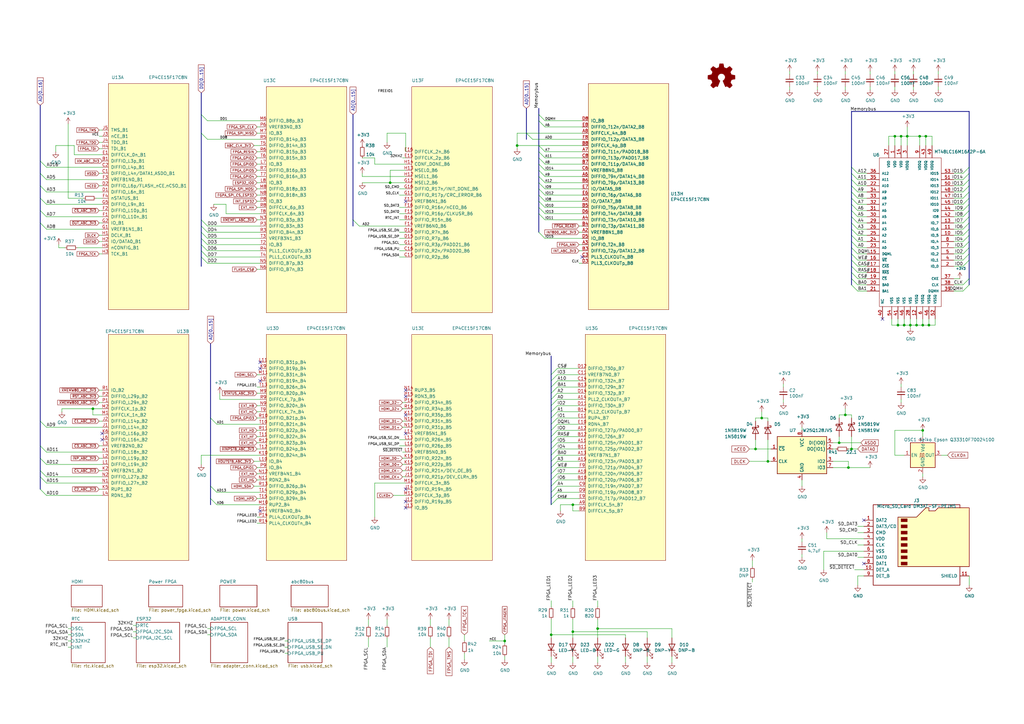
<source format=kicad_sch>
(kicad_sch (version 20230121) (generator eeschema)

  (uuid 6d7ff8c0-8a2a-4636-844f-c7210ff3e6f2)

  (paper "A3")

  (title_block
    (title "MAX80")
    (date "2021-02-22")
    (rev "0.01")
    (company "Peter o Per")
  )

  

  (junction (at 375.92 133.35) (diameter 0) (color 0 0 0 0)
    (uuid 0a79db37-f1d9-40b1-a24d-8bdfb8f637e2)
  )
  (junction (at 377.19 55.88) (diameter 0) (color 0 0 0 0)
    (uuid 19515fa4-c166-4b6e-837d-c01a89e98000)
  )
  (junction (at 346.71 170.18) (diameter 0) (color 0 0 0 0)
    (uuid 1bb16fed-1537-47fa-90f6-8dc136da5d16)
  )
  (junction (at 378.46 176.53) (diameter 0) (color 0 0 0 0)
    (uuid 1cbbfee4-06dd-44ee-af91-d336edf2459c)
  )
  (junction (at 369.57 55.88) (diameter 0) (color 0 0 0 0)
    (uuid 23345f3e-d08d-4834-b1dc-64de02569916)
  )
  (junction (at 312.42 171.45) (diameter 0) (color 0 0 0 0)
    (uuid 24d3ee68-60f0-4c8a-a72b-065f1026fd87)
  )
  (junction (at 370.84 133.35) (diameter 0) (color 0 0 0 0)
    (uuid 2f5467a7-bd49-433c-92f2-60a842e66f7b)
  )
  (junction (at 347.98 191.77) (diameter 0) (color 0 0 0 0)
    (uuid 3273ec61-4a33-41c2-82bf-cde7c8587c1b)
  )
  (junction (at 234.95 259.08) (diameter 0) (color 0 0 0 0)
    (uuid 4223805d-8db1-4df1-b73a-3d99f37f1701)
  )
  (junction (at 368.3 133.35) (diameter 0) (color 0 0 0 0)
    (uuid 47484446-e64c-4a82-88af-15de92cf6ad4)
  )
  (junction (at 160.02 74.93) (diameter 0) (color 0 0 0 0)
    (uuid 5fc4054a-b929-433e-a947-747fb7ed003d)
  )
  (junction (at 234.95 207.01) (diameter 0) (color 0 0 0 0)
    (uuid 758f4e53-9507-488a-960b-2e8e487b7ac8)
  )
  (junction (at 367.03 55.88) (diameter 0) (color 0 0 0 0)
    (uuid 799d9f4a-bb6b-44d5-9f4c-3a30db59943d)
  )
  (junction (at 314.96 189.23) (diameter 0) (color 0 0 0 0)
    (uuid 7b8f4734-c91c-4c35-bc25-8ba9e0a60f64)
  )
  (junction (at 378.46 133.35) (diameter 0) (color 0 0 0 0)
    (uuid 80ace02d-cb21-4f08-bc25-572a9e56ff99)
  )
  (junction (at 38.1 167.64) (diameter 0) (color 0 0 0 0)
    (uuid 8aab4608-39e8-491a-83a8-7194f36094f1)
  )
  (junction (at 381 133.35) (diameter 0) (color 0 0 0 0)
    (uuid a09cb1c4-cc63-49c7-a35f-4b80c3ba2217)
  )
  (junction (at 372.11 55.88) (diameter 0) (color 0 0 0 0)
    (uuid a12b751e-ae7a-468c-af3d-31ed4d501b01)
  )
  (junction (at 245.11 257.81) (diameter 0) (color 0 0 0 0)
    (uuid b2cac11a-5f3b-43d7-88e5-8d0241ac6453)
  )
  (junction (at 226.06 260.35) (diameter 0) (color 0 0 0 0)
    (uuid b70f4be0-be81-40f1-b237-a16be3740211)
  )
  (junction (at 373.38 133.35) (diameter 0) (color 0 0 0 0)
    (uuid bcacf97a-a49b-480c-96ed-a857f56faeb2)
  )
  (junction (at 379.73 55.88) (diameter 0) (color 0 0 0 0)
    (uuid cd48b13f-c989-4ac1-a7f0-053afcd77527)
  )
  (junction (at 344.17 181.61) (diameter 0) (color 0 0 0 0)
    (uuid d316b729-072f-4d15-a495-cbeb8407aea0)
  )
  (junction (at 309.88 184.15) (diameter 0) (color 0 0 0 0)
    (uuid d37a42c4-6950-4517-b4dd-96056acf0925)
  )
  (junction (at 207.01 262.89) (diameter 0) (color 0 0 0 0)
    (uuid d433e10e-a10c-42c7-9409-f756ab1084a2)
  )
  (junction (at 212.09 59.69) (diameter 0) (color 0 0 0 0)
    (uuid d7de2887-c7b2-4bb7-a339-632f4f906224)
  )
  (junction (at 349.25 184.15) (diameter 0) (color 0 0 0 0)
    (uuid ec1ade12-3e4c-4517-be56-01c5cfbeed11)
  )

  (no_connect (at 41.91 180.34) (uuid 0ea0e524-3bbd-4f05-896d-54b702c204b2))
  (no_connect (at 354.33 231.14) (uuid 2276bf47-b441-4aa2-ba22-8213875ce0ee))
  (no_connect (at 238.76 105.41) (uuid 25ca9482-069d-43de-b77e-6f2ad77fa017))
  (no_connect (at 354.33 213.36) (uuid 2af1d271-3c6a-476d-8eba-6b2aab466da3))
  (no_connect (at 166.37 162.56) (uuid 40800b4d-424c-4738-8041-4662989d2010))
  (no_connect (at 166.37 200.66) (uuid 524dc8d0-13b4-43fe-b274-8ac08bc4b894))
  (no_connect (at 41.91 177.8) (uuid 62af6e3c-7d06-438a-b62f-014ae3262ea1))
  (no_connect (at 166.37 160.02) (uuid 6c715627-9fe9-4566-9325-aed34f2a0ebd))
  (no_connect (at 166.37 208.28) (uuid 7401f61b-dc36-4f5a-ba3e-b101a22bf1fc))
  (no_connect (at 106.68 209.55) (uuid 7fc6eda3-a41a-4ab9-935d-37e18cb30594))
  (no_connect (at 106.68 148.59) (uuid 7fd11519-eb9e-4413-8ca2-e43e38c699f6))
  (no_connect (at 106.68 156.21) (uuid 8527ef2e-5212-4629-b6f5-b0130ab61dab))
  (no_connect (at 166.37 177.8) (uuid 969d876f-dc87-40bf-9e96-03cbb9ea5e82))
  (no_connect (at 166.37 82.55) (uuid a5dfaf18-d33f-45c4-b76f-2a5051ec9118))
  (no_connect (at 166.37 170.18) (uuid a67b97a6-51fd-4a32-8231-3fd10436b6ab))
  (no_connect (at 361.95 130.81) (uuid a7c83b25-afbd-4974-8870-387db8f81a5c))
  (no_connect (at 106.68 151.13) (uuid eecd895d-4aa1-458c-8512-c9957fd00fad))
  (no_connect (at 166.37 205.74) (uuid fc052ac4-77ec-4901-baf8-c95f94903836))

  (bus_entry (at 82.55 46.99) (size 2.54 2.54)
    (stroke (width 0) (type default))
    (uuid 0208dcec-5844-41d6-8382-4437ac8ac82d)
  )
  (bus_entry (at 16.51 71.12) (size 2.54 2.54)
    (stroke (width 0) (type default))
    (uuid 0588e431-d56d-4df4-9ffd-6cd4bba412cb)
  )
  (bus_entry (at 228.6 151.13) (size -2.54 2.54)
    (stroke (width 0) (type default))
    (uuid 073c8287-235c-4712-a9a0-60a07a1119d5)
  )
  (bus_entry (at 220.98 72.39) (size 2.54 2.54)
    (stroke (width 0) (type default))
    (uuid 086ab04d-4086-427c-992f-819b91a9021d)
  )
  (bus_entry (at 228.6 176.53) (size -2.54 2.54)
    (stroke (width 0) (type default))
    (uuid 08ac4c42-16f0-4513-b91e-bf0b3a111257)
  )
  (bus_entry (at 228.6 166.37) (size -2.54 2.54)
    (stroke (width 0) (type default))
    (uuid 09ab0b5c-3dee-42c8-b9e5-de0673874ccd)
  )
  (bus_entry (at 16.51 187.96) (size 2.54 2.54)
    (stroke (width 0) (type default))
    (uuid 0ab1512b-eb91-4574-b11f-326e0ff10082)
  )
  (bus_entry (at 349.25 78.74) (size 2.54 2.54)
    (stroke (width 0) (type default))
    (uuid 0c9bbc06-f1c0-4359-8448-9c515b32a886)
  )
  (bus_entry (at 228.6 201.93) (size -2.54 2.54)
    (stroke (width 0) (type default))
    (uuid 0e18138e-f1a3-4288-bb34-3b6bcfb64ff6)
  )
  (bus_entry (at 16.51 195.58) (size 2.54 2.54)
    (stroke (width 0) (type default))
    (uuid 0e416ef5-3e03-4fa4-b2a6-3ab634a5ee03)
  )
  (bus_entry (at 394.97 116.84) (size 2.54 -2.54)
    (stroke (width 0) (type default))
    (uuid 0ff398d7-e6e2-4972-a7a4-438407886f34)
  )
  (bus_entry (at 228.6 184.15) (size -2.54 2.54)
    (stroke (width 0) (type default))
    (uuid 133d5403-9be3-4603-824b-d3b76147e745)
  )
  (bus_entry (at 349.25 73.66) (size 2.54 2.54)
    (stroke (width 0) (type default))
    (uuid 1527299a-08b3-47c3-929f-a75c83be365e)
  )
  (bus_entry (at 82.55 105.41) (size 2.54 2.54)
    (stroke (width 0) (type default))
    (uuid 1569382e-a4f5-4166-a19c-b78580f8c980)
  )
  (bus_entry (at 228.6 191.77) (size -2.54 2.54)
    (stroke (width 0) (type default))
    (uuid 15a0f067-831a-4ddb-bdef-5fb7df267d8f)
  )
  (bus_entry (at 220.98 95.25) (size 2.54 2.54)
    (stroke (width 0) (type default))
    (uuid 18b6dcb6-5ab3-481b-b998-33e8cf6d281f)
  )
  (bus_entry (at 394.97 119.38) (size 2.54 -2.54)
    (stroke (width 0) (type default))
    (uuid 18dee026-9999-4f10-8c36-736131349406)
  )
  (bus_entry (at 228.6 153.67) (size -2.54 2.54)
    (stroke (width 0) (type default))
    (uuid 19264aae-fe9e-4afc-84ac-56ec33a3b20d)
  )
  (bus_entry (at 228.6 194.31) (size -2.54 2.54)
    (stroke (width 0) (type default))
    (uuid 1ab4dceb-24cc-4050-aa74-e8fbb39d3760)
  )
  (bus_entry (at 349.25 106.68) (size 2.54 2.54)
    (stroke (width 0) (type default))
    (uuid 251669f2-aed1-46fe-b2e4-9582ff1e4084)
  )
  (bus_entry (at 220.98 49.53) (size 2.54 2.54)
    (stroke (width 0) (type default))
    (uuid 25b39db8-8576-4473-b331-b912323e85f4)
  )
  (bus_entry (at 16.51 182.88) (size 2.54 2.54)
    (stroke (width 0) (type default))
    (uuid 29ec1a54-dea0-4d1a-a3dc-a7441a09bb9e)
  )
  (bus_entry (at 228.6 158.75) (size -2.54 2.54)
    (stroke (width 0) (type default))
    (uuid 2b7c4f37-42c0-4571-a44b-b808484d3d74)
  )
  (bus_entry (at 349.25 101.6) (size 2.54 2.54)
    (stroke (width 0) (type default))
    (uuid 311665d9-0fab-4325-8b46-f3638bf521df)
  )
  (bus_entry (at 349.25 104.14) (size 2.54 2.54)
    (stroke (width 0) (type default))
    (uuid 3198b8ca-7d11-4e0c-89a4-c173f9fcf724)
  )
  (bus_entry (at 394.97 93.98) (size 2.54 -2.54)
    (stroke (width 0) (type default))
    (uuid 348dc703-3cab-4547-b664-e8b335a6083c)
  )
  (bus_entry (at 228.6 163.83) (size -2.54 2.54)
    (stroke (width 0) (type default))
    (uuid 35431843-170f-401f-88d7-da91172bed86)
  )
  (bus_entry (at 226.06 189.23) (size 2.54 -2.54)
    (stroke (width 0) (type default))
    (uuid 3675ad1a-972f-4046-b23a-e6ca04304035)
  )
  (bus_entry (at 82.55 92.71) (size 2.54 2.54)
    (stroke (width 0) (type default))
    (uuid 376a6f44-cf22-4d88-ac13-30f83803795f)
  )
  (bus_entry (at 220.98 82.55) (size 2.54 2.54)
    (stroke (width 0) (type default))
    (uuid 3b450865-b2ef-4d25-9b34-4d42975b5e24)
  )
  (bus_entry (at 394.97 76.2) (size 2.54 -2.54)
    (stroke (width 0) (type default))
    (uuid 3c121a93-b189-409b-a104-2bdd37ff0b51)
  )
  (bus_entry (at 349.25 99.06) (size 2.54 2.54)
    (stroke (width 0) (type default))
    (uuid 3c3e06bd-c8bb-4ec8-84e0-f7f9437909b3)
  )
  (bus_entry (at 349.25 111.76) (size 2.54 2.54)
    (stroke (width 0) (type default))
    (uuid 3c646c61-400f-4f60-98b8-05ed5e632a3f)
  )
  (bus_entry (at 349.25 83.82) (size 2.54 2.54)
    (stroke (width 0) (type default))
    (uuid 3d416885-b8b5-4f5c-bc29-39c6376095e8)
  )
  (bus_entry (at 394.97 106.68) (size 2.54 -2.54)
    (stroke (width 0) (type default))
    (uuid 3f1ab70d-3263-42b5-9c61-0360188ff2b7)
  )
  (bus_entry (at 220.98 59.69) (size 2.54 2.54)
    (stroke (width 0) (type default))
    (uuid 40962e92-90b6-487d-b0dc-0a6c42b5ebc2)
  )
  (bus_entry (at 220.98 67.31) (size 2.54 2.54)
    (stroke (width 0) (type default))
    (uuid 42b7a68a-3837-4773-af68-a35059da48c3)
  )
  (bus_entry (at 16.51 172.72) (size 2.54 2.54)
    (stroke (width 0) (type default))
    (uuid 4c4b4317-29d0-438a-b331-525ede18773a)
  )
  (bus_entry (at 349.25 88.9) (size 2.54 2.54)
    (stroke (width 0) (type default))
    (uuid 4d967454-338c-4b89-8534-9457e15bf2f2)
  )
  (bus_entry (at 228.6 179.07) (size -2.54 2.54)
    (stroke (width 0) (type default))
    (uuid 4fc3183f-297c-42b7-b3bd-25a9ea18c844)
  )
  (bus_entry (at 220.98 77.47) (size 2.54 2.54)
    (stroke (width 0) (type default))
    (uuid 51bdd1cb-8a01-4b1c-940a-3ff4dd1de87c)
  )
  (bus_entry (at 16.51 86.36) (size 2.54 2.54)
    (stroke (width 0) (type default))
    (uuid 57121f1d-c971-4830-b974-00f7d706f0c9)
  )
  (bus_entry (at 349.25 76.2) (size 2.54 2.54)
    (stroke (width 0) (type default))
    (uuid 58a87288-e2bf-4c88-9871-a753efc69e9d)
  )
  (bus_entry (at 220.98 74.93) (size 2.54 2.54)
    (stroke (width 0) (type default))
    (uuid 59246647-4e57-4b5f-9f1e-b0cc1fb90bb2)
  )
  (bus_entry (at 215.9 54.61) (size 2.54 2.54)
    (stroke (width 0) (type default))
    (uuid 5a63aa46-8c18-43d5-8def-1c886562be17)
  )
  (bus_entry (at 220.98 69.85) (size 2.54 2.54)
    (stroke (width 0) (type default))
    (uuid 5aa0e472-160b-49ac-864f-0fa7cd9cf9b0)
  )
  (bus_entry (at 349.25 96.52) (size 2.54 2.54)
    (stroke (width 0) (type default))
    (uuid 5eedf685-0df3-4da8-aded-0e6ed1cb2507)
  )
  (bus_entry (at 220.98 85.09) (size 2.54 2.54)
    (stroke (width 0) (type default))
    (uuid 6025c071-1487-4c03-a645-f67437519813)
  )
  (bus_entry (at 82.55 90.17) (size 2.54 2.54)
    (stroke (width 0) (type default))
    (uuid 664ea685-f665-4315-aadf-581a656f41df)
  )
  (bus_entry (at 394.97 71.12) (size 2.54 -2.54)
    (stroke (width 0) (type default))
    (uuid 6b8ac91e-9d2b-49db-8a80-1da009ad1c5e)
  )
  (bus_entry (at 394.97 99.06) (size 2.54 -2.54)
    (stroke (width 0) (type default))
    (uuid 6f5a9f10-1b2c-4916-b4e5-cb5bd0f851a0)
  )
  (bus_entry (at 228.6 196.85) (size -2.54 2.54)
    (stroke (width 0) (type default))
    (uuid 6f78c1fb-f693-4737-b750-74e50c35a564)
  )
  (bus_entry (at 228.6 161.29) (size -2.54 2.54)
    (stroke (width 0) (type default))
    (uuid 6fddc16f-ccc1-4ade-884c-d6efda461da8)
  )
  (bus_entry (at 16.51 193.04) (size 2.54 2.54)
    (stroke (width 0) (type default))
    (uuid 751752b1-1f0f-490c-ba43-2d34c357b41e)
  )
  (bus_entry (at 16.51 91.44) (size 2.54 2.54)
    (stroke (width 0) (type default))
    (uuid 7c3df708-fb44-40cc-b435-cd67e8cec48a)
  )
  (bus_entry (at 220.98 80.01) (size 2.54 2.54)
    (stroke (width 0) (type default))
    (uuid 7cc510d9-2339-42a7-bb31-eff1142f0636)
  )
  (bus_entry (at 394.97 96.52) (size 2.54 -2.54)
    (stroke (width 0) (type default))
    (uuid 7d2eba81-aa80-4257-a5a7-9a6179da897e)
  )
  (bus_entry (at 228.6 156.21) (size -2.54 2.54)
    (stroke (width 0) (type default))
    (uuid 7e232027-e1fd-4d55-a751-dd67130d7d22)
  )
  (bus_entry (at 349.25 86.36) (size 2.54 2.54)
    (stroke (width 0) (type default))
    (uuid 7eb32ed1-4320-49ba-8487-1c88e4824fe3)
  )
  (bus_entry (at 349.25 109.22) (size 2.54 2.54)
    (stroke (width 0) (type default))
    (uuid 8aeda7bd-b078-427a-a185-d5bc595c6436)
  )
  (bus_entry (at 349.25 91.44) (size 2.54 2.54)
    (stroke (width 0) (type default))
    (uuid 90fd611c-300b-48cf-a7c4-0d604953cd00)
  )
  (bus_entry (at 226.06 173.99) (size 2.54 -2.54)
    (stroke (width 0) (type default))
    (uuid 92ec60c8-e914-4456-8d37-4b88fc0eb9c6)
  )
  (bus_entry (at 16.51 76.2) (size 2.54 2.54)
    (stroke (width 0) (type default))
    (uuid 934c5f28-c928-4621-8122-b999b3ed10dd)
  )
  (bus_entry (at 394.97 86.36) (size 2.54 -2.54)
    (stroke (width 0) (type default))
    (uuid 94c3d0e3-d7fb-421d-bbb4-5c800d76c809)
  )
  (bus_entry (at 349.25 116.84) (size 2.54 2.54)
    (stroke (width 0) (type default))
    (uuid 961b4579-9ee8-407a-89a7-81f36f1ad865)
  )
  (bus_entry (at 394.97 83.82) (size 2.54 -2.54)
    (stroke (width 0) (type default))
    (uuid 9a595c4c-9ac1-4ae3-8ff3-1b7f2281a894)
  )
  (bus_entry (at 394.97 78.74) (size 2.54 -2.54)
    (stroke (width 0) (type default))
    (uuid 9b07d532-5f76-4469-8dbf-25ac27eef589)
  )
  (bus_entry (at 228.6 181.61) (size -2.54 2.54)
    (stroke (width 0) (type default))
    (uuid 9b315454-a4a0-4952-bdbe-d4a8e96c16f9)
  )
  (bus_entry (at 144.78 90.17) (size 2.54 2.54)
    (stroke (width 0) (type default))
    (uuid 9c5b8388-0c5b-43a4-a3f4-d7cd72b89084)
  )
  (bus_entry (at 86.36 171.45) (size 2.54 2.54)
    (stroke (width 0) (type default))
    (uuid 9fbabfd5-5316-4dcb-8d99-3c53b9c69880)
  )
  (bus_entry (at 394.97 81.28) (size 2.54 -2.54)
    (stroke (width 0) (type default))
    (uuid a26bdee6-0e16-4ea6-87f7-fb32c714896e)
  )
  (bus_entry (at 82.55 97.79) (size 2.54 2.54)
    (stroke (width 0) (type default))
    (uuid a6694369-d7a9-41d0-a88e-8a3c16982564)
  )
  (bus_entry (at 394.97 109.22) (size 2.54 -2.54)
    (stroke (width 0) (type default))
    (uuid aa0466c6-766f-4bb4-abf1-502a6a06f91d)
  )
  (bus_entry (at 349.25 71.12) (size 2.54 2.54)
    (stroke (width 0) (type default))
    (uuid aa288a22-ea1d-474d-8dae-efe971580843)
  )
  (bus_entry (at 349.25 81.28) (size 2.54 2.54)
    (stroke (width 0) (type default))
    (uuid b606e532-e4c7-444d-b9ff-879f52cfde92)
  )
  (bus_entry (at 220.98 62.23) (size 2.54 2.54)
    (stroke (width 0) (type default))
    (uuid b7340f23-0eaa-48ae-aea8-b5b53a0ae99a)
  )
  (bus_entry (at 86.36 204.47) (size 2.54 2.54)
    (stroke (width 0) (type default))
    (uuid b8eb5c02-d344-4431-a592-0e7ad9f9a78f)
  )
  (bus_entry (at 228.6 199.39) (size -2.54 2.54)
    (stroke (width 0) (type default))
    (uuid bbb99edd-f016-43ea-b1c7-0bcdd1915ee8)
  )
  (bus_entry (at 394.97 101.6) (size 2.54 -2.54)
    (stroke (width 0) (type default))
    (uuid bde3f73b-f869-498d-a8d7-18346cb7179e)
  )
  (bus_entry (at 16.51 200.66) (size 2.54 2.54)
    (stroke (width 0) (type default))
    (uuid c202ddee-78ab-4ebb-beca-559aaf118430)
  )
  (bus_entry (at 82.55 100.33) (size 2.54 2.54)
    (stroke (width 0) (type default))
    (uuid c2564ecf-bd43-431d-b9a2-c7be54487485)
  )
  (bus_entry (at 394.97 73.66) (size 2.54 -2.54)
    (stroke (width 0) (type default))
    (uuid c7f7bd58-1ebd-40fd-a39d-a95530a751b6)
  )
  (bus_entry (at 82.55 102.87) (size 2.54 2.54)
    (stroke (width 0) (type default))
    (uuid d1f81642-eb3a-4277-b357-9cbb5a3aa5ac)
  )
  (bus_entry (at 16.51 66.04) (size 2.54 2.54)
    (stroke (width 0) (type default))
    (uuid d26fce45-c1d6-42bc-931d-972bf3799097)
  )
  (bus_entry (at 394.97 104.14) (size 2.54 -2.54)
    (stroke (width 0) (type default))
    (uuid d2db53d0-2821-4ebe-bf21-b864eac8ca44)
  )
  (bus_entry (at 394.97 91.44) (size 2.54 -2.54)
    (stroke (width 0) (type default))
    (uuid d6040293-95f0-436a-938c-ad69875a4be8)
  )
  (bus_entry (at 349.25 114.3) (size 2.54 2.54)
    (stroke (width 0) (type default))
    (uuid d70d1cd3-1668-4688-8eb7-f773efb7bb87)
  )
  (bus_entry (at 228.6 204.47) (size -2.54 2.54)
    (stroke (width 0) (type default))
    (uuid d9198b20-68ab-4f03-9039-95a74aeba0d6)
  )
  (bus_entry (at 228.6 189.23) (size -2.54 2.54)
    (stroke (width 0) (type default))
    (uuid de5c2064-b9e1-4057-a8cc-9308019ef4d3)
  )
  (bus_entry (at 82.55 95.25) (size 2.54 2.54)
    (stroke (width 0) (type default))
    (uuid df3e0d78-29b1-4811-9600-571610f4b8a8)
  )
  (bus_entry (at 220.98 64.77) (size 2.54 2.54)
    (stroke (width 0) (type default))
    (uuid dfa2c928-7d9a-4cd3-90db-112716296421)
  )
  (bus_entry (at 228.6 168.91) (size -2.54 2.54)
    (stroke (width 0) (type default))
    (uuid e0781b80-6f1b-4d08-b53f-b7d3f582e2ea)
  )
  (bus_entry (at 82.55 54.61) (size 2.54 2.54)
    (stroke (width 0) (type default))
    (uuid e3903eeb-8b72-4b40-a088-cbbba270c01b)
  )
  (bus_entry (at 86.36 199.39) (size 2.54 2.54)
    (stroke (width 0) (type default))
    (uuid e7f989f7-95da-4be3-9e33-743523ae1ee0)
  )
  (bus_entry (at 349.25 68.58) (size 2.54 2.54)
    (stroke (width 0) (type default))
    (uuid e9a9fba3-7cfa-45ca-926c-a5a8ecd7e3a4)
  )
  (bus_entry (at 394.97 88.9) (size 2.54 -2.54)
    (stroke (width 0) (type default))
    (uuid ea28e946-b74f-4ba8-ac7b-b1884c5e7296)
  )
  (bus_entry (at 16.51 81.28) (size 2.54 2.54)
    (stroke (width 0) (type default))
    (uuid ea8efd53-9e19-4e37-86f5-e6c0c681f735)
  )
  (bus_entry (at 226.06 176.53) (size 2.54 -2.54)
    (stroke (width 0) (type default))
    (uuid edb2db40-12f7-45b3-a514-2a1299ac0231)
  )
  (bus_entry (at 220.98 87.63) (size 2.54 2.54)
    (stroke (width 0) (type default))
    (uuid fa16f237-4e21-4b18-8c54-f7de4e62bbb6)
  )
  (bus_entry (at 349.25 93.98) (size 2.54 2.54)
    (stroke (width 0) (type default))
    (uuid fc4f0835-889b-4d2e-876e-ca524c79ae62)
  )
  (bus_entry (at 220.98 46.99) (size 2.54 2.54)
    (stroke (width 0) (type default))
    (uuid ffde4898-4c0e-4c24-bd8c-aadcd7279172)
  )

  (wire (pts (xy 237.49 107.95) (xy 238.76 107.95))
    (stroke (width 0) (type default))
    (uuid 00e39da0-4b3e-4884-a91e-86d729914953)
  )
  (bus (pts (xy 349.25 101.6) (xy 349.25 104.14))
    (stroke (width 0) (type default))
    (uuid 014fd689-fe01-4a73-ac80-3c226a12a5bc)
  )
  (bus (pts (xy 226.06 191.77) (xy 226.06 194.31))
    (stroke (width 0) (type default))
    (uuid 02879dbe-eeb5-4a9a-a50e-ab49eebaa379)
  )

  (wire (pts (xy 163.83 77.47) (xy 166.37 77.47))
    (stroke (width 0) (type default))
    (uuid 02b1295e-cf95-47ff-9c57-f8ada28f2e94)
  )
  (bus (pts (xy 349.25 111.76) (xy 349.25 114.3))
    (stroke (width 0) (type default))
    (uuid 031a6158-41bb-434c-9952-f633292a0643)
  )

  (wire (pts (xy 85.09 102.87) (xy 106.68 102.87))
    (stroke (width 0) (type default))
    (uuid 037a257a-ceb2-409c-ab24-48a743172dae)
  )
  (wire (pts (xy 351.79 236.22) (xy 351.79 240.03))
    (stroke (width 0) (type default))
    (uuid 0452da17-4ccf-4bdc-9fc3-b0a09600bd55)
  )
  (bus (pts (xy 82.55 100.33) (xy 82.55 102.87))
    (stroke (width 0) (type default))
    (uuid 0536025a-6414-4951-bfd6-905537685d7e)
  )

  (wire (pts (xy 245.11 246.38) (xy 245.11 248.92))
    (stroke (width 0) (type default))
    (uuid 054f8e07-0141-451f-a3c4-ea786b83b680)
  )
  (wire (pts (xy 212.09 54.61) (xy 215.9 54.61))
    (stroke (width 0) (type default))
    (uuid 05c4a04b-0442-4e18-9747-3d9fc4a562fe)
  )
  (wire (pts (xy 349.25 184.15) (xy 351.79 184.15))
    (stroke (width 0) (type default))
    (uuid 064853d1-fee5-4dc2-a187-8cbdd26d3919)
  )
  (wire (pts (xy 105.41 153.67) (xy 106.68 153.67))
    (stroke (width 0) (type default))
    (uuid 0667208e-872f-444a-9ed0-78a1b5f392d2)
  )
  (wire (pts (xy 391.16 83.82) (xy 394.97 83.82))
    (stroke (width 0) (type default))
    (uuid 07652224-af43-42a2-841c-1883ba305bc4)
  )
  (wire (pts (xy 350.52 233.68) (xy 354.33 233.68))
    (stroke (width 0) (type default))
    (uuid 0774b60f-e343-428b-9125-3ca983239ad5)
  )
  (bus (pts (xy 349.25 68.58) (xy 349.25 71.12))
    (stroke (width 0) (type default))
    (uuid 0821495a-eabb-4e98-9f5d-a59cd0bdb233)
  )

  (wire (pts (xy 105.41 196.85) (xy 106.68 196.85))
    (stroke (width 0) (type default))
    (uuid 098afe52-27f0-4ec0-bf39-4eb766d2a851)
  )
  (wire (pts (xy 256.54 269.24) (xy 256.54 271.78))
    (stroke (width 0) (type default))
    (uuid 0a2d185c-629f-461f-8b6b-f91f1894e6ba)
  )
  (wire (pts (xy 321.31 163.83) (xy 321.31 165.1))
    (stroke (width 0) (type default))
    (uuid 0b43a8fb-b3d3-4444-a4b0-cf952c07dcfe)
  )
  (wire (pts (xy 207.01 269.24) (xy 207.01 270.51))
    (stroke (width 0) (type default))
    (uuid 0ba3fcf8-07bd-443d-be28-f69a4ad80df4)
  )
  (wire (pts (xy 369.57 55.88) (xy 372.11 55.88))
    (stroke (width 0) (type default))
    (uuid 0d095387-710d-4633-a6c3-04eab60b585a)
  )
  (wire (pts (xy 223.52 62.23) (xy 238.76 62.23))
    (stroke (width 0) (type default))
    (uuid 0d32fbdb-2a37-4863-af10-fc85c1c6174f)
  )
  (wire (pts (xy 92.71 87.63) (xy 106.68 87.63))
    (stroke (width 0) (type default))
    (uuid 0dcb5ab5-f291-489d-b2bc-0f0b25b801ee)
  )
  (wire (pts (xy 237.49 100.33) (xy 238.76 100.33))
    (stroke (width 0) (type default))
    (uuid 0de7d0e7-c8d5-482b-8e8a-d56acfc6ebd8)
  )
  (wire (pts (xy 105.41 77.47) (xy 106.68 77.47))
    (stroke (width 0) (type default))
    (uuid 0df798c0-963e-4340-a737-18e50763521e)
  )
  (wire (pts (xy 351.79 96.52) (xy 355.6 96.52))
    (stroke (width 0) (type default))
    (uuid 0e592cd4-1950-44ef-9727-8e526f4c4e12)
  )
  (bus (pts (xy 226.06 204.47) (xy 226.06 207.01))
    (stroke (width 0) (type default))
    (uuid 0e5b0074-540c-4a44-9a74-437e915bfe17)
  )

  (wire (pts (xy 344.17 170.18) (xy 346.71 170.18))
    (stroke (width 0) (type default))
    (uuid 0fffb828-f291-41d3-a83c-4eaa3df13f3a)
  )
  (wire (pts (xy 184.15 254) (xy 184.15 256.54))
    (stroke (width 0) (type default))
    (uuid 100847e3-630c-4c13-ba45-180e92370805)
  )
  (wire (pts (xy 245.11 257.81) (xy 275.59 257.81))
    (stroke (width 0) (type default))
    (uuid 10e5ae6d-e43e-4ff8-abc5-fd9df16782da)
  )
  (wire (pts (xy 105.41 110.49) (xy 106.68 110.49))
    (stroke (width 0) (type default))
    (uuid 11547ba3-d459-4ced-9333-92979d5b86e1)
  )
  (wire (pts (xy 351.79 104.14) (xy 355.6 104.14))
    (stroke (width 0) (type default))
    (uuid 11c7c8d4-4c4b-4330-bb59-1eec2e98b255)
  )
  (wire (pts (xy 105.41 212.09) (xy 106.68 212.09))
    (stroke (width 0) (type default))
    (uuid 11cae898-6e02-4314-87c3-bfa88f249303)
  )
  (wire (pts (xy 228.6 191.77) (xy 237.49 191.77))
    (stroke (width 0) (type default))
    (uuid 12721b60-b423-4830-af94-c68b76872f05)
  )
  (wire (pts (xy 105.41 168.91) (xy 106.68 168.91))
    (stroke (width 0) (type default))
    (uuid 1558a593-7554-4709-a27f-f70400a2199d)
  )
  (wire (pts (xy 375.92 133.35) (xy 378.46 133.35))
    (stroke (width 0) (type default))
    (uuid 188eabba-12a3-47b7-9be1-03f0c5a948eb)
  )
  (bus (pts (xy 397.51 78.74) (xy 397.51 81.28))
    (stroke (width 0) (type default))
    (uuid 18af1d88-91db-4163-9359-d7124e411ab6)
  )

  (wire (pts (xy 328.93 227.33) (xy 328.93 228.6))
    (stroke (width 0) (type default))
    (uuid 18cf1537-83e6-4374-a277-6e3e21479ab0)
  )
  (bus (pts (xy 226.06 158.75) (xy 226.06 161.29))
    (stroke (width 0) (type default))
    (uuid 18dcb17a-d81c-4b8b-8db2-863005a99fab)
  )

  (wire (pts (xy 105.41 194.31) (xy 106.68 194.31))
    (stroke (width 0) (type default))
    (uuid 1aaf34a3-282e-4633-82fa-9d6cdf32efbb)
  )
  (wire (pts (xy 347.98 191.77) (xy 341.63 191.77))
    (stroke (width 0) (type default))
    (uuid 1ae3634a-f90f-4c6a-8ba7-b38f98d4ccb2)
  )
  (bus (pts (xy 349.25 71.12) (xy 349.25 73.66))
    (stroke (width 0) (type default))
    (uuid 1b66f574-96c0-4e05-9e34-7d4bc613a80b)
  )

  (wire (pts (xy 344.17 181.61) (xy 353.06 181.61))
    (stroke (width 0) (type default))
    (uuid 1ba3e338-9465-4844-8361-6715d7885c15)
  )
  (bus (pts (xy 397.51 81.28) (xy 397.51 83.82))
    (stroke (width 0) (type default))
    (uuid 1c0d02da-5b5c-42ee-b683-56c0e59ebf5f)
  )
  (bus (pts (xy 86.36 140.97) (xy 86.36 171.45))
    (stroke (width 0) (type default))
    (uuid 1c4dfe58-85b1-467f-8e9d-bdb7a0d0ca8e)
  )

  (wire (pts (xy 160.02 69.85) (xy 166.37 69.85))
    (stroke (width 0) (type default))
    (uuid 1c92f382-4ec3-478f-a1ca-afadd3087787)
  )
  (bus (pts (xy 397.51 93.98) (xy 397.51 96.52))
    (stroke (width 0) (type default))
    (uuid 1c9d575b-ff65-4860-bd12-894efe8ae385)
  )

  (wire (pts (xy 228.6 204.47) (xy 237.49 204.47))
    (stroke (width 0) (type default))
    (uuid 1d20c966-0439-42a1-b5e3-5e76b52f827f)
  )
  (wire (pts (xy 105.41 80.01) (xy 106.68 80.01))
    (stroke (width 0) (type default))
    (uuid 1d6518e1-cfe9-4078-adc2-cf8e6477b5cb)
  )
  (wire (pts (xy 307.34 184.15) (xy 309.88 184.15))
    (stroke (width 0) (type default))
    (uuid 1d801ac4-6429-45d9-ad70-9dd82bd9c030)
  )
  (wire (pts (xy 207.01 262.89) (xy 207.01 264.16))
    (stroke (width 0) (type default))
    (uuid 207932d1-3fbf-4bd3-8ef6-a6601aaaae72)
  )
  (wire (pts (xy 323.85 29.21) (xy 323.85 30.48))
    (stroke (width 0) (type default))
    (uuid 21ca1c08-b8a3-4bdc-9356-70a4d86ee444)
  )
  (wire (pts (xy 105.41 204.47) (xy 106.68 204.47))
    (stroke (width 0) (type default))
    (uuid 226f524c-89b4-46ed-86fd-c8ea41059fd4)
  )
  (wire (pts (xy 351.79 88.9) (xy 355.6 88.9))
    (stroke (width 0) (type default))
    (uuid 2295a793-dfca-4b86-a3e5-abf1834e2790)
  )
  (wire (pts (xy 234.95 209.55) (xy 237.49 209.55))
    (stroke (width 0) (type default))
    (uuid 22fd57c4-481e-4417-b920-694451210da2)
  )
  (wire (pts (xy 40.64 172.72) (xy 41.91 172.72))
    (stroke (width 0) (type default))
    (uuid 245a6fb4-6361-4438-82ca-8861d43ca7f5)
  )
  (wire (pts (xy 309.88 180.34) (xy 309.88 184.15))
    (stroke (width 0) (type default))
    (uuid 248d15cd-dd0c-425d-94cb-b44ccf865457)
  )
  (wire (pts (xy 148.59 71.12) (xy 148.59 72.39))
    (stroke (width 0) (type default))
    (uuid 25247d0c-5910-484b-9651-5750d422a450)
  )
  (bus (pts (xy 226.06 166.37) (xy 226.06 168.91))
    (stroke (width 0) (type default))
    (uuid 26a15f37-7ac7-4448-bfb4-f78a37fce015)
  )

  (wire (pts (xy 90.17 163.83) (xy 106.68 163.83))
    (stroke (width 0) (type default))
    (uuid 26edc121-4167-44e5-9aaf-65f4ac255233)
  )
  (bus (pts (xy 226.06 163.83) (xy 226.06 166.37))
    (stroke (width 0) (type default))
    (uuid 28717230-cde2-4374-9345-a50192a67a85)
  )

  (wire (pts (xy 234.95 259.08) (xy 234.95 261.62))
    (stroke (width 0) (type default))
    (uuid 28f921ab-5f55-47f8-b726-02e567145cd5)
  )
  (bus (pts (xy 226.06 179.07) (xy 226.06 181.61))
    (stroke (width 0) (type default))
    (uuid 29362189-417c-4468-9232-108cda3b71ea)
  )

  (wire (pts (xy 391.16 116.84) (xy 394.97 116.84))
    (stroke (width 0) (type default))
    (uuid 2938bf2d-2d32-4cb0-9d4d-563ea28ffffa)
  )
  (wire (pts (xy 364.49 59.69) (xy 364.49 55.88))
    (stroke (width 0) (type default))
    (uuid 29987966-1d19-4068-93f6-a61cdfb40ffa)
  )
  (wire (pts (xy 365.76 133.35) (xy 368.3 133.35))
    (stroke (width 0) (type default))
    (uuid 29cd9e70-9b68-44f7-96b2-fe993c246832)
  )
  (wire (pts (xy 228.6 189.23) (xy 237.49 189.23))
    (stroke (width 0) (type default))
    (uuid 29f4961c-cbd7-42a0-91e7-8ae77405e061)
  )
  (bus (pts (xy 226.06 156.21) (xy 226.06 158.75))
    (stroke (width 0) (type default))
    (uuid 2a1e126f-a9a5-414b-9647-9870ac9981f9)
  )
  (bus (pts (xy 397.51 68.58) (xy 397.51 71.12))
    (stroke (width 0) (type default))
    (uuid 2a47e126-8855-40dd-9e4e-56cb5c33cec1)
  )

  (wire (pts (xy 229.87 207.01) (xy 234.95 207.01))
    (stroke (width 0) (type default))
    (uuid 2a756062-4e0c-4114-bc6d-4d6635f2d703)
  )
  (bus (pts (xy 16.51 182.88) (xy 16.51 187.96))
    (stroke (width 0) (type default))
    (uuid 2ba2153f-5796-496f-8155-2ce7ede27b36)
  )

  (wire (pts (xy 19.05 198.12) (xy 41.91 198.12))
    (stroke (width 0) (type default))
    (uuid 2cd2fee2-51b2-4fcd-8c94-c435e6791358)
  )
  (bus (pts (xy 349.25 109.22) (xy 349.25 111.76))
    (stroke (width 0) (type default))
    (uuid 2ce4fb29-0ccb-4d7f-a490-6e4518b7173f)
  )

  (wire (pts (xy 339.09 220.98) (xy 354.33 220.98))
    (stroke (width 0) (type default))
    (uuid 2dba072b-3aba-4c6e-8dad-0c854cc5ab37)
  )
  (wire (pts (xy 40.64 165.1) (xy 41.91 165.1))
    (stroke (width 0) (type default))
    (uuid 2e0f69a6-955c-44f2-af4d-b4ad566ef54b)
  )
  (wire (pts (xy 373.38 133.35) (xy 373.38 134.62))
    (stroke (width 0) (type default))
    (uuid 2e1d63b8-5189-41bb-8b6a-c4ada546b2d5)
  )
  (bus (pts (xy 397.51 86.36) (xy 397.51 88.9))
    (stroke (width 0) (type default))
    (uuid 2e1fa008-357a-4aac-8cf5-970493fa664d)
  )

  (wire (pts (xy 54.61 259.08) (xy 55.88 259.08))
    (stroke (width 0) (type default))
    (uuid 2e6b1f7e-e4c3-43a1-ae90-c85aa40696d5)
  )
  (wire (pts (xy 184.15 261.62) (xy 184.15 265.43))
    (stroke (width 0) (type default))
    (uuid 2edc487e-09a5-4e4e-9675-a7b323f56380)
  )
  (wire (pts (xy 370.84 130.81) (xy 370.84 133.35))
    (stroke (width 0) (type default))
    (uuid 2f33286e-7553-4442-acf0-23c61fcd6ab0)
  )
  (wire (pts (xy 200.66 262.89) (xy 207.01 262.89))
    (stroke (width 0) (type default))
    (uuid 2f8ebbbf-0f11-4a15-9648-1d28e5593127)
  )
  (wire (pts (xy 228.6 161.29) (xy 237.49 161.29))
    (stroke (width 0) (type default))
    (uuid 2fe436e0-75bf-42a2-b14a-09df5c2be702)
  )
  (wire (pts (xy 351.79 101.6) (xy 355.6 101.6))
    (stroke (width 0) (type default))
    (uuid 300aa512-2f66-4c26-a530-50c091b3a099)
  )
  (bus (pts (xy 226.06 184.15) (xy 226.06 186.69))
    (stroke (width 0) (type default))
    (uuid 303645b5-0595-4359-bc0c-fa2e355b9b37)
  )
  (bus (pts (xy 82.55 46.99) (xy 82.55 54.61))
    (stroke (width 0) (type default))
    (uuid 30a8d4e5-202c-4d57-80d8-c5f2ad3ce2dd)
  )

  (wire (pts (xy 381 133.35) (xy 381 130.81))
    (stroke (width 0) (type default))
    (uuid 315d2b15-cfe6-4672-b3ad-24773f3df12c)
  )
  (wire (pts (xy 105.41 184.15) (xy 106.68 184.15))
    (stroke (width 0) (type default))
    (uuid 31e2d26e-842a-4694-a3ae-7642d792727c)
  )
  (wire (pts (xy 378.46 176.53) (xy 378.46 179.07))
    (stroke (width 0) (type default))
    (uuid 33891c62-a79f-4243-b776-6be292690ac3)
  )
  (wire (pts (xy 314.96 171.45) (xy 314.96 172.72))
    (stroke (width 0) (type default))
    (uuid 34d3baf1-c1a6-463d-a7da-03fde565ea93)
  )
  (bus (pts (xy 82.55 92.71) (xy 82.55 95.25))
    (stroke (width 0) (type default))
    (uuid 35328af0-2bbe-4eda-b255-c9bb9c6e435e)
  )

  (wire (pts (xy 105.41 161.29) (xy 106.68 161.29))
    (stroke (width 0) (type default))
    (uuid 35e13391-5257-46f3-93a5-87ffd4e862a4)
  )
  (wire (pts (xy 54.61 261.62) (xy 55.88 261.62))
    (stroke (width 0) (type default))
    (uuid 36696ac6-2db1-4b52-ae3d-9f3c89d2042f)
  )
  (wire (pts (xy 309.88 184.15) (xy 316.23 184.15))
    (stroke (width 0) (type default))
    (uuid 376da264-b219-4ddc-be78-a640bbee3aef)
  )
  (wire (pts (xy 344.17 171.45) (xy 344.17 170.18))
    (stroke (width 0) (type default))
    (uuid 3785b88e-f652-4024-afb0-be4c22cdaea8)
  )
  (bus (pts (xy 349.25 88.9) (xy 349.25 91.44))
    (stroke (width 0) (type default))
    (uuid 38c0a790-c5fa-4388-a86a-80b1711f9932)
  )

  (wire (pts (xy 38.1 170.18) (xy 41.91 170.18))
    (stroke (width 0) (type default))
    (uuid 39125f99-6caa-4e69-9ae5-ca3bd6e3a49c)
  )
  (wire (pts (xy 391.16 81.28) (xy 394.97 81.28))
    (stroke (width 0) (type default))
    (uuid 39845449-7a31-4262-86b1-e7af14a6659f)
  )
  (wire (pts (xy 40.64 76.2) (xy 41.91 76.2))
    (stroke (width 0) (type default))
    (uuid 3997254a-8057-4464-ba07-e37f0720cbd8)
  )
  (bus (pts (xy 82.55 54.61) (xy 82.55 90.17))
    (stroke (width 0) (type default))
    (uuid 39f69e4c-3d98-4642-8cee-de7f9bf86b5e)
  )

  (wire (pts (xy 27.94 81.28) (xy 34.29 81.28))
    (stroke (width 0) (type default))
    (uuid 3aec5e23-e675-4bcf-9a9e-48cb59d51927)
  )
  (wire (pts (xy 207.01 260.35) (xy 207.01 262.89))
    (stroke (width 0) (type default))
    (uuid 3ba59656-e36e-4caa-8957-90ed8686b3d3)
  )
  (wire (pts (xy 39.37 81.28) (xy 41.91 81.28))
    (stroke (width 0) (type default))
    (uuid 3bdaeac5-b4b7-4a96-b0da-b5e1b46798c2)
  )
  (wire (pts (xy 19.05 68.58) (xy 41.91 68.58))
    (stroke (width 0) (type default))
    (uuid 3c19fda9-55de-469e-9693-2d8993bca106)
  )
  (bus (pts (xy 226.06 146.05) (xy 226.06 153.67))
    (stroke (width 0) (type default))
    (uuid 3cf0233f-86e3-4b85-ad75-fb8a46f37498)
  )

  (wire (pts (xy 40.64 86.36) (xy 41.91 86.36))
    (stroke (width 0) (type default))
    (uuid 3cfddd47-0913-4692-89bb-8a69d22be5a7)
  )
  (wire (pts (xy 234.95 246.38) (xy 234.95 248.92))
    (stroke (width 0) (type default))
    (uuid 3d19e22b-2666-4e7d-825d-37a04ed07fa1)
  )
  (wire (pts (xy 19.05 203.2) (xy 41.91 203.2))
    (stroke (width 0) (type default))
    (uuid 3d213c37-de80-490e-9f45-2814d3fc958b)
  )
  (wire (pts (xy 85.09 105.41) (xy 106.68 105.41))
    (stroke (width 0) (type default))
    (uuid 3d8571f7-688f-49ac-8d91-22508c277f45)
  )
  (wire (pts (xy 228.6 181.61) (xy 237.49 181.61))
    (stroke (width 0) (type default))
    (uuid 3db00451-fbc3-4980-9f8f-a31cdc894554)
  )
  (wire (pts (xy 190.5 267.97) (xy 190.5 270.51))
    (stroke (width 0) (type default))
    (uuid 3dbc1b14-20e2-4dcb-8347-d33c13d3f0e0)
  )
  (wire (pts (xy 19.05 195.58) (xy 41.91 195.58))
    (stroke (width 0) (type default))
    (uuid 3dfbccca-f469-4a6f-a8bd-5f55435b5cfa)
  )
  (wire (pts (xy 148.59 72.39) (xy 166.37 72.39))
    (stroke (width 0) (type default))
    (uuid 3e147ce1-21a6-4e77-a3db-fd00d575cd22)
  )
  (wire (pts (xy 105.41 171.45) (xy 106.68 171.45))
    (stroke (width 0) (type default))
    (uuid 3f1d3b22-3ba1-4783-af8d-526bce7c36db)
  )
  (wire (pts (xy 40.64 91.44) (xy 41.91 91.44))
    (stroke (width 0) (type default))
    (uuid 3f9f133b-59b8-4791-b0ab-6fa861da9e3f)
  )
  (bus (pts (xy 226.06 189.23) (xy 226.06 191.77))
    (stroke (width 0) (type default))
    (uuid 4057ebbd-1f13-4712-be52-149107078d8a)
  )

  (wire (pts (xy 165.1 175.26) (xy 166.37 175.26))
    (stroke (width 0) (type default))
    (uuid 4116bfc2-eab3-4c29-a983-44eacd9f10f5)
  )
  (wire (pts (xy 373.38 130.81) (xy 373.38 133.35))
    (stroke (width 0) (type default))
    (uuid 41524d81-a7f7-45af-a8c6-15609b68d1fd)
  )
  (wire (pts (xy 161.29 203.2) (xy 166.37 203.2))
    (stroke (width 0) (type default))
    (uuid 41ef6d8e-078c-46e5-a743-15f86f94b1c5)
  )
  (wire (pts (xy 223.52 87.63) (xy 238.76 87.63))
    (stroke (width 0) (type default))
    (uuid 41fc1c23-edd4-45a5-8036-7f62b013770f)
  )
  (wire (pts (xy 265.43 259.08) (xy 265.43 261.62))
    (stroke (width 0) (type default))
    (uuid 4263a0e8-33fc-439f-9b56-889a4f5d7b26)
  )
  (wire (pts (xy 344.17 179.07) (xy 344.17 181.61))
    (stroke (width 0) (type default))
    (uuid 42688fc6-3e24-4a56-9963-828da46dcdfb)
  )
  (wire (pts (xy 351.79 223.52) (xy 354.33 223.52))
    (stroke (width 0) (type default))
    (uuid 42eea0a0-d889-4e4e-980c-c3b6b62767e5)
  )
  (wire (pts (xy 382.27 59.69) (xy 382.27 55.88))
    (stroke (width 0) (type default))
    (uuid 43f341b3-06e9-4e7a-a26e-5365b89d76bf)
  )
  (wire (pts (xy 27.94 262.89) (xy 29.21 262.89))
    (stroke (width 0) (type default))
    (uuid 444b2eaf-241d-42e5-8717-27a83d099c5b)
  )
  (wire (pts (xy 105.41 214.63) (xy 106.68 214.63))
    (stroke (width 0) (type default))
    (uuid 449cc181-df4b-4d3b-93ef-0653c2171fe8)
  )
  (wire (pts (xy 349.25 170.18) (xy 349.25 171.45))
    (stroke (width 0) (type default))
    (uuid 45245258-c97a-4586-bc43-2154c85c0ef6)
  )
  (wire (pts (xy 356.87 29.21) (xy 356.87 30.48))
    (stroke (width 0) (type default))
    (uuid 45484f82-420e-44d0-a58e-382bb939dac5)
  )
  (wire (pts (xy 31.75 101.6) (xy 41.91 101.6))
    (stroke (width 0) (type default))
    (uuid 45676199-bb82-4d58-98c1-b606deb355be)
  )
  (wire (pts (xy 85.09 107.95) (xy 106.68 107.95))
    (stroke (width 0) (type default))
    (uuid 45899113-d22e-4a5b-822e-9aca23b124ee)
  )
  (wire (pts (xy 166.37 67.31) (xy 153.67 67.31))
    (stroke (width 0) (type default))
    (uuid 4648968b-aa58-4f57-8f45-54b088364670)
  )
  (wire (pts (xy 351.79 83.82) (xy 355.6 83.82))
    (stroke (width 0) (type default))
    (uuid 46491a9d-8b3d-4c74-b09a-70c876f162e5)
  )
  (wire (pts (xy 27.94 265.43) (xy 29.21 265.43))
    (stroke (width 0) (type default))
    (uuid 469f89fd-f629-46b7-b106-a0088168c9ec)
  )
  (bus (pts (xy 349.25 76.2) (xy 349.25 78.74))
    (stroke (width 0) (type default))
    (uuid 47365df8-1aaa-451c-a591-086776031635)
  )

  (wire (pts (xy 166.37 62.23) (xy 166.37 54.61))
    (stroke (width 0) (type default))
    (uuid 47a2dd37-ad02-4281-9a66-8ff7ab400570)
  )
  (wire (pts (xy 40.64 160.02) (xy 41.91 160.02))
    (stroke (width 0) (type default))
    (uuid 47be24ee-e15b-4cee-b84b-350111ac1499)
  )
  (bus (pts (xy 16.51 43.18) (xy 16.51 66.04))
    (stroke (width 0) (type default))
    (uuid 481354ed-51b9-4db2-9835-781681979b4b)
  )

  (wire (pts (xy 160.02 74.93) (xy 166.37 74.93))
    (stroke (width 0) (type default))
    (uuid 4aee84d1-0859-48ac-a053-5a981ee1b24a)
  )
  (wire (pts (xy 391.16 101.6) (xy 394.97 101.6))
    (stroke (width 0) (type default))
    (uuid 4b471778-f61d-4b9d-a507-3d4f82ec4b7c)
  )
  (wire (pts (xy 369.57 157.48) (xy 369.57 158.75))
    (stroke (width 0) (type default))
    (uuid 4be2d863-39fc-49fd-99c7-77790b42f677)
  )
  (wire (pts (xy 223.52 85.09) (xy 238.76 85.09))
    (stroke (width 0) (type default))
    (uuid 4c38e5ef-0105-4756-a059-34a9c3247d1f)
  )
  (wire (pts (xy 220.98 59.69) (xy 238.76 59.69))
    (stroke (width 0) (type default))
    (uuid 4c5d541c-ce39-4174-91d3-196fb89df6ca)
  )
  (wire (pts (xy 85.09 260.35) (xy 86.36 260.35))
    (stroke (width 0) (type default))
    (uuid 4c8704fa-310a-4c01-8dc1-2b7e2727fea0)
  )
  (wire (pts (xy 382.27 55.88) (xy 379.73 55.88))
    (stroke (width 0) (type default))
    (uuid 4d51bc15-1f84-46be-8e16-e836b10f854e)
  )
  (wire (pts (xy 391.16 114.3) (xy 393.7 114.3))
    (stroke (width 0) (type default))
    (uuid 4d7ffc75-3dd8-46f7-86f3-405d41c4571a)
  )
  (wire (pts (xy 391.16 76.2) (xy 394.97 76.2))
    (stroke (width 0) (type default))
    (uuid 4f2f68c4-6fa0-45ce-b5c2-e911daddcd12)
  )
  (wire (pts (xy 347.98 191.77) (xy 356.87 191.77))
    (stroke (width 0) (type default))
    (uuid 4f3dc5bc-04e8-4dcc-91dd-8782e84f321d)
  )
  (bus (pts (xy 226.06 196.85) (xy 226.06 199.39))
    (stroke (width 0) (type default))
    (uuid 4f66cf15-7f3b-4b56-a1e8-64c6c9dcdf1a)
  )

  (wire (pts (xy 377.19 55.88) (xy 377.19 59.69))
    (stroke (width 0) (type default))
    (uuid 5099f397-6fe7-454f-899c-34e2b5f22ca7)
  )
  (wire (pts (xy 312.42 171.45) (xy 312.42 168.91))
    (stroke (width 0) (type default))
    (uuid 513c5122-3fbb-44b6-aa2c-74224719f915)
  )
  (wire (pts (xy 347.98 184.15) (xy 349.25 184.15))
    (stroke (width 0) (type default))
    (uuid 5160b3d5-0622-412f-84ed-9900be82a5a6)
  )
  (bus (pts (xy 220.98 77.47) (xy 220.98 80.01))
    (stroke (width 0) (type default))
    (uuid 51e52e2d-6785-4c86-9dd7-8aebf7924453)
  )

  (wire (pts (xy 368.3 133.35) (xy 370.84 133.35))
    (stroke (width 0) (type default))
    (uuid 5206328f-de7d-41ba-bad8-f1768b7701cb)
  )
  (wire (pts (xy 367.03 29.21) (xy 367.03 30.48))
    (stroke (width 0) (type default))
    (uuid 524d7aa8-362f-459a-b2ae-4ca2a0b1612b)
  )
  (wire (pts (xy 147.32 92.71) (xy 166.37 92.71))
    (stroke (width 0) (type default))
    (uuid 52820a90-7869-43b3-b870-39c015371964)
  )
  (wire (pts (xy 40.64 193.04) (xy 41.91 193.04))
    (stroke (width 0) (type default))
    (uuid 5290e0d7-1f24-4c0b-91ff-28c5a304ab9a)
  )
  (wire (pts (xy 223.52 69.85) (xy 238.76 69.85))
    (stroke (width 0) (type default))
    (uuid 539dec9e-2c45-4201-ab13-cbbbab8fc31b)
  )
  (bus (pts (xy 16.51 81.28) (xy 16.51 86.36))
    (stroke (width 0) (type default))
    (uuid 53c3dfa0-4629-47d5-b909-4a3f4eb869c5)
  )
  (bus (pts (xy 220.98 62.23) (xy 220.98 64.77))
    (stroke (width 0) (type default))
    (uuid 53f0b1d5-7cba-43d7-9d8a-c6182e695929)
  )

  (wire (pts (xy 38.1 167.64) (xy 41.91 167.64))
    (stroke (width 0) (type default))
    (uuid 544c9ad7-a0b6-4f88-9dcd-908e3e2acf79)
  )
  (wire (pts (xy 275.59 257.81) (xy 275.59 261.62))
    (stroke (width 0) (type default))
    (uuid 557d128f-cf69-4c70-9959-d139ac95c63c)
  )
  (wire (pts (xy 24.13 101.6) (xy 26.67 101.6))
    (stroke (width 0) (type default))
    (uuid 55ac7ee1-f461-406b-8cf5-da47a7717180)
  )
  (wire (pts (xy 351.79 218.44) (xy 354.33 218.44))
    (stroke (width 0) (type default))
    (uuid 5698a460-6e24-4857-84d8-4a43acd2325d)
  )
  (wire (pts (xy 25.4 168.91) (xy 25.4 167.64))
    (stroke (width 0) (type default))
    (uuid 56dc9d1a-d125-4218-be7e-afbadad9f13c)
  )
  (wire (pts (xy 105.41 179.07) (xy 106.68 179.07))
    (stroke (width 0) (type default))
    (uuid 57e17378-f1f7-42d0-9ad3-fb44c2d5cdc3)
  )
  (wire (pts (xy 176.53 261.62) (xy 176.53 265.43))
    (stroke (width 0) (type default))
    (uuid 586ec748-563a-478a-82db-706fb951336a)
  )
  (wire (pts (xy 163.83 105.41) (xy 166.37 105.41))
    (stroke (width 0) (type default))
    (uuid 58728297-c362-4c70-a751-4d60ffa81b1a)
  )
  (wire (pts (xy 163.83 95.25) (xy 166.37 95.25))
    (stroke (width 0) (type default))
    (uuid 59142adb-6887-41fc-851e-9a7f51511d60)
  )
  (bus (pts (xy 349.25 45.72) (xy 349.25 68.58))
    (stroke (width 0) (type default))
    (uuid 594594ee-9de8-45bc-b621-a9251877b0c2)
  )

  (wire (pts (xy 151.13 254) (xy 151.13 256.54))
    (stroke (width 0) (type default))
    (uuid 5a010660-4a0b-4680-b361-32d4c3b60537)
  )
  (wire (pts (xy 378.46 133.35) (xy 381 133.35))
    (stroke (width 0) (type default))
    (uuid 5a319d05-1a85-43fe-a179-ebcee7212a03)
  )
  (wire (pts (xy 166.37 54.61) (xy 158.75 54.61))
    (stroke (width 0) (type default))
    (uuid 5a67196f-9472-4a8d-961f-eac8ec999d85)
  )
  (wire (pts (xy 165.1 64.77) (xy 166.37 64.77))
    (stroke (width 0) (type default))
    (uuid 5b04e20f-8575-4362-b040-2e2133d670c8)
  )
  (wire (pts (xy 223.52 52.07) (xy 238.76 52.07))
    (stroke (width 0) (type default))
    (uuid 5b29962f-685a-409c-915c-9c4a92ed442a)
  )
  (bus (pts (xy 397.51 106.68) (xy 397.51 114.3))
    (stroke (width 0) (type default))
    (uuid 5b3d0377-820c-4868-8ab2-62f2ccecf4af)
  )

  (wire (pts (xy 85.09 97.79) (xy 106.68 97.79))
    (stroke (width 0) (type default))
    (uuid 5b5611ee-3a4f-4573-978f-2e48db0ecaf5)
  )
  (bus (pts (xy 397.51 104.14) (xy 397.51 106.68))
    (stroke (width 0) (type default))
    (uuid 5b57745b-2437-4ee1-96eb-24fdd2bf735e)
  )

  (wire (pts (xy 351.79 99.06) (xy 355.6 99.06))
    (stroke (width 0) (type default))
    (uuid 5bbde4f9-fcdb-4d27-a2d6-3847fcdd87ba)
  )
  (bus (pts (xy 226.06 173.99) (xy 226.06 176.53))
    (stroke (width 0) (type default))
    (uuid 5bd841b6-a43c-46d8-90c7-db7ac89fc03c)
  )

  (wire (pts (xy 346.71 29.21) (xy 346.71 30.48))
    (stroke (width 0) (type default))
    (uuid 5c1d6842-15a5-4f73-b198-8836681840a1)
  )
  (wire (pts (xy 335.28 35.56) (xy 335.28 36.83))
    (stroke (width 0) (type default))
    (uuid 5cc7655c-62f2-43d2-a7a5-eaa4635dada8)
  )
  (wire (pts (xy 337.82 226.06) (xy 354.33 226.06))
    (stroke (width 0) (type default))
    (uuid 5d7cb436-106e-4464-b448-3b8bd128554c)
  )
  (wire (pts (xy 105.41 69.85) (xy 106.68 69.85))
    (stroke (width 0) (type default))
    (uuid 5de5a872-aa15-495b-b53b-b8a64bbfa4f0)
  )
  (bus (pts (xy 16.51 76.2) (xy 16.51 81.28))
    (stroke (width 0) (type default))
    (uuid 602a1461-f2fc-4f38-9213-73e41c428934)
  )

  (wire (pts (xy 190.5 260.35) (xy 190.5 262.89))
    (stroke (width 0) (type default))
    (uuid 60960af7-b938-44a8-82b5-e9c36f2e6817)
  )
  (wire (pts (xy 321.31 157.48) (xy 321.31 158.75))
    (stroke (width 0) (type default))
    (uuid 617498ce-8469-4f4b-9f2b-09a2437561eb)
  )
  (wire (pts (xy 163.83 80.01) (xy 166.37 80.01))
    (stroke (width 0) (type default))
    (uuid 617edc57-1dbf-4296-b365-6d76f68a1c0f)
  )
  (wire (pts (xy 165.1 193.04) (xy 166.37 193.04))
    (stroke (width 0) (type default))
    (uuid 61fae217-e18a-4e68-8630-42cc06a8ba2f)
  )
  (wire (pts (xy 19.05 175.26) (xy 41.91 175.26))
    (stroke (width 0) (type default))
    (uuid 6239967a-77bd-4ec9-89cd-e04efd8dbe26)
  )
  (wire (pts (xy 40.64 182.88) (xy 41.91 182.88))
    (stroke (width 0) (type default))
    (uuid 624c6565-c4fd-4d29-87af-f77dd1ba0898)
  )
  (wire (pts (xy 341.63 181.61) (xy 344.17 181.61))
    (stroke (width 0) (type default))
    (uuid 62c6f8ce-78e5-4ab3-bb01-2fcb0df87aa6)
  )
  (wire (pts (xy 391.16 88.9) (xy 394.97 88.9))
    (stroke (width 0) (type default))
    (uuid 63286bbb-78a3-4368-a50a-f6bf5f1653b0)
  )
  (wire (pts (xy 314.96 189.23) (xy 316.23 189.23))
    (stroke (width 0) (type default))
    (uuid 63892cea-0371-47b0-925d-c40106168946)
  )
  (wire (pts (xy 30.48 63.5) (xy 41.91 63.5))
    (stroke (width 0) (type default))
    (uuid 63ace593-9960-4666-bb08-47e6f085cee8)
  )
  (wire (pts (xy 379.73 59.69) (xy 379.73 55.88))
    (stroke (width 0) (type default))
    (uuid 6474aa6c-825c-4f0f-9938-759b68df02a5)
  )
  (bus (pts (xy 16.51 66.04) (xy 16.51 71.12))
    (stroke (width 0) (type default))
    (uuid 64c39fd2-36c7-4cd2-b0b8-1a1e70b12069)
  )

  (wire (pts (xy 27.94 257.81) (xy 29.21 257.81))
    (stroke (width 0) (type default))
    (uuid 653e74f0-0a40-4ab5-8f5c-787bbaf1d723)
  )
  (wire (pts (xy 105.41 54.61) (xy 106.68 54.61))
    (stroke (width 0) (type default))
    (uuid 6579642b-a152-47f7-af0e-0d8866bdfcb8)
  )
  (wire (pts (xy 228.6 196.85) (xy 237.49 196.85))
    (stroke (width 0) (type default))
    (uuid 663e5097-d637-4088-8d27-2d72ff835abc)
  )
  (wire (pts (xy 165.1 187.96) (xy 166.37 187.96))
    (stroke (width 0) (type default))
    (uuid 66cc4ddc-a52d-4ad7-986e-68f000539802)
  )
  (wire (pts (xy 228.6 176.53) (xy 237.49 176.53))
    (stroke (width 0) (type default))
    (uuid 66ee8aac-1ba7-441e-b772-397a32c7c475)
  )
  (wire (pts (xy 391.16 71.12) (xy 394.97 71.12))
    (stroke (width 0) (type default))
    (uuid 692d87e9-6b70-46cc-9c78-b75193a484cc)
  )
  (wire (pts (xy 228.6 166.37) (xy 237.49 166.37))
    (stroke (width 0) (type default))
    (uuid 69675058-6b96-42da-8df5-92aaf6930be8)
  )
  (wire (pts (xy 163.83 85.09) (xy 166.37 85.09))
    (stroke (width 0) (type default))
    (uuid 69f75991-c8c0-49a9-aed8-daa6ca9a5d73)
  )
  (wire (pts (xy 82.55 186.69) (xy 106.68 186.69))
    (stroke (width 0) (type default))
    (uuid 6a5b3eea-de35-4a54-8316-e56ea2a634e4)
  )
  (wire (pts (xy 85.09 57.15) (xy 106.68 57.15))
    (stroke (width 0) (type default))
    (uuid 6ae47305-86b3-4e27-b3c6-46e195fdaa6d)
  )
  (wire (pts (xy 105.41 85.09) (xy 106.68 85.09))
    (stroke (width 0) (type default))
    (uuid 6b013cb8-9e09-4a62-b02d-814d5cfa604e)
  )
  (wire (pts (xy 364.49 55.88) (xy 367.03 55.88))
    (stroke (width 0) (type default))
    (uuid 6ba19f6c-fa3a-4bf3-8c57-119de0f02b65)
  )
  (wire (pts (xy 237.49 95.25) (xy 238.76 95.25))
    (stroke (width 0) (type default))
    (uuid 6ceb10bf-4340-4309-8250-882c2b60a70e)
  )
  (wire (pts (xy 153.67 67.31) (xy 153.67 64.77))
    (stroke (width 0) (type default))
    (uuid 6d1e2df9-cc89-4e18-a541-699f0d20dd45)
  )
  (wire (pts (xy 105.41 62.23) (xy 106.68 62.23))
    (stroke (width 0) (type default))
    (uuid 6d646c30-feab-4e3e-adf0-5427b73b5f08)
  )
  (wire (pts (xy 256.54 260.35) (xy 256.54 261.62))
    (stroke (width 0) (type default))
    (uuid 6dc32d24-5ef0-4c0e-ad26-4d147b147b28)
  )
  (wire (pts (xy 165.1 165.1) (xy 166.37 165.1))
    (stroke (width 0) (type default))
    (uuid 6dfa921c-8a4f-4fcf-a0e7-8718b6271ea9)
  )
  (wire (pts (xy 234.95 207.01) (xy 234.95 209.55))
    (stroke (width 0) (type default))
    (uuid 6e24aa9b-c7e6-40f2-905b-b9c541e0e2f6)
  )
  (wire (pts (xy 351.79 76.2) (xy 355.6 76.2))
    (stroke (width 0) (type default))
    (uuid 6ea0f2f7-b064-4b8f-bd17-48195d1c83d1)
  )
  (bus (pts (xy 16.51 172.72) (xy 16.51 182.88))
    (stroke (width 0) (type default))
    (uuid 6face538-98d0-40ae-a653-e8999ce4e018)
  )
  (bus (pts (xy 220.98 82.55) (xy 220.98 85.09))
    (stroke (width 0) (type default))
    (uuid 6fecb7b3-ef3d-4da6-9d91-57f091c44310)
  )

  (wire (pts (xy 275.59 269.24) (xy 275.59 271.78))
    (stroke (width 0) (type default))
    (uuid 6fff55eb-076f-4a2f-86d3-091fcb2366e9)
  )
  (wire (pts (xy 165.1 190.5) (xy 166.37 190.5))
    (stroke (width 0) (type default))
    (uuid 704ba6e6-ee13-4d9d-b544-d836a743bdda)
  )
  (wire (pts (xy 85.09 49.53) (xy 106.68 49.53))
    (stroke (width 0) (type default))
    (uuid 710852c3-85af-44f2-af12-adc5798f2795)
  )
  (wire (pts (xy 365.76 130.81) (xy 365.76 133.35))
    (stroke (width 0) (type default))
    (uuid 7114de55-86d9-46c1-a412-07f5eb895435)
  )
  (wire (pts (xy 228.6 156.21) (xy 237.49 156.21))
    (stroke (width 0) (type default))
    (uuid 7195a7f5-2a0f-4cae-8649-2cc5cbdffe2b)
  )
  (wire (pts (xy 370.84 133.35) (xy 373.38 133.35))
    (stroke (width 0) (type default))
    (uuid 71aa3829-956e-4ff9-af3f-b06e50ab2b5a)
  )
  (wire (pts (xy 158.75 261.62) (xy 158.75 265.43))
    (stroke (width 0) (type default))
    (uuid 7247fe96-7885-4063-8282-ea2fd2b28b0d)
  )
  (wire (pts (xy 351.79 73.66) (xy 355.6 73.66))
    (stroke (width 0) (type default))
    (uuid 725579dd-9ec6-473d-8843-6a11e99f108c)
  )
  (wire (pts (xy 346.71 170.18) (xy 349.25 170.18))
    (stroke (width 0) (type default))
    (uuid 72733f59-fc61-4ff2-8fe5-0440be71758a)
  )
  (wire (pts (xy 223.52 72.39) (xy 238.76 72.39))
    (stroke (width 0) (type default))
    (uuid 7308e13a-4809-4e8e-af65-9905819aa376)
  )
  (wire (pts (xy 92.71 83.82) (xy 92.71 87.63))
    (stroke (width 0) (type default))
    (uuid 7410568a-af90-4a4e-a67d-5fd1863e0d95)
  )
  (wire (pts (xy 40.64 96.52) (xy 41.91 96.52))
    (stroke (width 0) (type default))
    (uuid 741879e3-3045-40c7-849d-7f437c35ee91)
  )
  (bus (pts (xy 86.36 171.45) (xy 86.36 199.39))
    (stroke (width 0) (type default))
    (uuid 74a79877-8958-41da-8944-562e6bba6c01)
  )

  (wire (pts (xy 223.52 67.31) (xy 238.76 67.31))
    (stroke (width 0) (type default))
    (uuid 75d5a810-84fd-42c4-a0b7-6b82d09662a2)
  )
  (wire (pts (xy 19.05 88.9) (xy 41.91 88.9))
    (stroke (width 0) (type default))
    (uuid 76862e4a-1816-475c-9943-666036c637f7)
  )
  (bus (pts (xy 397.51 99.06) (xy 397.51 101.6))
    (stroke (width 0) (type default))
    (uuid 76c0a953-db3d-4929-907f-1ee2da36860d)
  )
  (bus (pts (xy 220.98 44.45) (xy 220.98 46.99))
    (stroke (width 0) (type default))
    (uuid 77121855-7958-40c5-81ca-b386a811e84c)
  )

  (wire (pts (xy 323.85 35.56) (xy 323.85 36.83))
    (stroke (width 0) (type default))
    (uuid 784e3230-2053-4bc9-a786-5ac2bd0df0f5)
  )
  (bus (pts (xy 349.25 99.06) (xy 349.25 101.6))
    (stroke (width 0) (type default))
    (uuid 79467a30-f83f-4a69-bc32-033df608d42c)
  )

  (wire (pts (xy 116.84 265.43) (xy 118.11 265.43))
    (stroke (width 0) (type default))
    (uuid 7984c59d-64f6-424c-8273-5bab21ab292d)
  )
  (bus (pts (xy 215.9 44.45) (xy 215.9 54.61))
    (stroke (width 0) (type default))
    (uuid 7a332b0c-4cba-438b-85c1-9efe2690fb62)
  )

  (wire (pts (xy 104.14 189.23) (xy 106.68 189.23))
    (stroke (width 0) (type default))
    (uuid 7aad0cca-fb50-4041-9a10-5380cb0860ac)
  )
  (wire (pts (xy 104.14 59.69) (xy 106.68 59.69))
    (stroke (width 0) (type default))
    (uuid 7b58219a-a31d-4ba4-804a-77c6d706d8bc)
  )
  (wire (pts (xy 223.52 49.53) (xy 238.76 49.53))
    (stroke (width 0) (type default))
    (uuid 7be13a36-eb8e-440f-aaac-2fd6665d9f61)
  )
  (wire (pts (xy 40.64 55.88) (xy 41.91 55.88))
    (stroke (width 0) (type default))
    (uuid 7c1dbd41-291a-4aad-bf3b-16497f84df7b)
  )
  (wire (pts (xy 105.41 166.37) (xy 106.68 166.37))
    (stroke (width 0) (type default))
    (uuid 7c49dc93-96a1-4a8f-a667-a4ee5ad692a0)
  )
  (wire (pts (xy 105.41 191.77) (xy 106.68 191.77))
    (stroke (width 0) (type default))
    (uuid 7cbc8c8d-fbc1-4902-ac93-6c241131aada)
  )
  (wire (pts (xy 341.63 189.23) (xy 347.98 189.23))
    (stroke (width 0) (type default))
    (uuid 7d2422a2-6679-4b2f-b253-47eef0da2414)
  )
  (bus (pts (xy 144.78 90.17) (xy 144.78 92.71))
    (stroke (width 0) (type default))
    (uuid 7d393522-d44b-4d20-8f0b-b7142987aa89)
  )

  (wire (pts (xy 54.61 256.54) (xy 55.88 256.54))
    (stroke (width 0) (type default))
    (uuid 7e498af5-a41b-4f8f-8a13-10c00a9160aa)
  )
  (bus (pts (xy 220.98 59.69) (xy 220.98 62.23))
    (stroke (width 0) (type default))
    (uuid 7ee5ea0c-defb-4d0b-bcbd-00ad41ed6f6f)
  )

  (wire (pts (xy 116.84 267.97) (xy 118.11 267.97))
    (stroke (width 0) (type default))
    (uuid 7f9c0307-e84d-4f8a-93be-34fc4b3feb89)
  )
  (wire (pts (xy 19.05 73.66) (xy 41.91 73.66))
    (stroke (width 0) (type default))
    (uuid 8019bb27-2172-4d60-932e-7bd55a890b6c)
  )
  (wire (pts (xy 328.93 196.85) (xy 328.93 199.39))
    (stroke (width 0) (type default))
    (uuid 80b9a57f-3326-43ca-b6ca-5e911992b3c4)
  )
  (bus (pts (xy 397.51 88.9) (xy 397.51 91.44))
    (stroke (width 0) (type default))
    (uuid 80e302b7-97a6-4d5e-8db8-a2ecb63bf436)
  )

  (wire (pts (xy 391.16 109.22) (xy 394.97 109.22))
    (stroke (width 0) (type default))
    (uuid 80f8c1b4-10dd-40fe-b7f7-67988bc3ad81)
  )
  (wire (pts (xy 148.59 64.77) (xy 153.67 64.77))
    (stroke (width 0) (type default))
    (uuid 811f5389-c208-4640-ab1a-b454491bb330)
  )
  (wire (pts (xy 30.48 59.69) (xy 30.48 63.5))
    (stroke (width 0) (type default))
    (uuid 8162f841-188b-4932-8603-536d516e6ca1)
  )
  (wire (pts (xy 384.81 29.21) (xy 384.81 30.48))
    (stroke (width 0) (type default))
    (uuid 81b95d0d-8967-4ed1-8d40-39925d015ae8)
  )
  (wire (pts (xy 386.08 186.69) (xy 388.62 186.69))
    (stroke (width 0) (type default))
    (uuid 82782dc2-cb84-4d0c-b85e-b3903aca1e13)
  )
  (wire (pts (xy 381 133.35) (xy 383.54 133.35))
    (stroke (width 0) (type default))
    (uuid 82907d2e-4560-49c2-9cfc-01b127317195)
  )
  (bus (pts (xy 220.98 72.39) (xy 220.98 74.93))
    (stroke (width 0) (type default))
    (uuid 82b4e16b-220e-4644-bf1c-0c096f491472)
  )

  (wire (pts (xy 40.64 60.96) (xy 41.91 60.96))
    (stroke (width 0) (type default))
    (uuid 832b1e20-f118-4505-ad00-93c040f2f83d)
  )
  (wire (pts (xy 384.81 35.56) (xy 384.81 36.83))
    (stroke (width 0) (type default))
    (uuid 83a363ef-2850-4113-853b-2966af02d72d)
  )
  (bus (pts (xy 82.55 102.87) (xy 82.55 105.41))
    (stroke (width 0) (type default))
    (uuid 8416cc67-e5d6-41f8-bce2-3d8fbd36986b)
  )

  (wire (pts (xy 367.03 176.53) (xy 378.46 176.53))
    (stroke (width 0) (type default))
    (uuid 844f01a0-ac23-4a99-910e-4e91c579bb2b)
  )
  (wire (pts (xy 85.09 92.71) (xy 106.68 92.71))
    (stroke (width 0) (type default))
    (uuid 84e154cc-34e9-48ac-ab7e-fc52b3bc90d0)
  )
  (wire (pts (xy 234.95 254) (xy 234.95 259.08))
    (stroke (width 0) (type default))
    (uuid 856c0384-2dfc-47d2-a66c-a145c3149f14)
  )
  (wire (pts (xy 105.41 67.31) (xy 106.68 67.31))
    (stroke (width 0) (type default))
    (uuid 85ec87eb-bb51-43f3-adf5-d04ca264762d)
  )
  (bus (pts (xy 226.06 168.91) (xy 226.06 171.45))
    (stroke (width 0) (type default))
    (uuid 86fb7087-6ba8-4b85-b696-07c14f0a9fb5)
  )

  (wire (pts (xy 40.64 104.14) (xy 41.91 104.14))
    (stroke (width 0) (type default))
    (uuid 872313a4-03e6-4e4a-b850-f54dcb50f9fc)
  )
  (wire (pts (xy 355.6 111.76) (xy 351.79 111.76))
    (stroke (width 0) (type default))
    (uuid 87a0ffb1-5477-4b20-a3ac-fef5af129a33)
  )
  (wire (pts (xy 391.16 104.14) (xy 394.97 104.14))
    (stroke (width 0) (type default))
    (uuid 883105b0-f6a6-466b-ba58-a2fcc1f18e4b)
  )
  (wire (pts (xy 229.87 209.55) (xy 229.87 207.01))
    (stroke (width 0) (type default))
    (uuid 88f2670e-1113-4ed9-b644-cfdac6e8b249)
  )
  (wire (pts (xy 163.83 100.33) (xy 166.37 100.33))
    (stroke (width 0) (type default))
    (uuid 88fb8817-4ee2-4465-a9af-37fedc8b835b)
  )
  (bus (pts (xy 349.25 96.52) (xy 349.25 99.06))
    (stroke (width 0) (type default))
    (uuid 89658244-8e23-45d4-89fa-a2eb92c896cb)
  )

  (wire (pts (xy 226.06 260.35) (xy 256.54 260.35))
    (stroke (width 0) (type default))
    (uuid 899a4caf-0563-4c2a-9bca-5aa28747ef75)
  )
  (wire (pts (xy 355.6 119.38) (xy 351.79 119.38))
    (stroke (width 0) (type default))
    (uuid 89bd1fdd-6a91-474e-8495-7a2ba7eb6260)
  )
  (wire (pts (xy 163.83 182.88) (xy 166.37 182.88))
    (stroke (width 0) (type default))
    (uuid 8a3381a5-19d1-47f5-85b0-cf20b0f3bb61)
  )
  (wire (pts (xy 369.57 163.83) (xy 369.57 165.1))
    (stroke (width 0) (type default))
    (uuid 8ac2bac7-c686-402e-9f05-089e132647d2)
  )
  (wire (pts (xy 355.6 116.84) (xy 351.79 116.84))
    (stroke (width 0) (type default))
    (uuid 8b022692-69b7-4bd6-bf38-57edecf356fa)
  )
  (bus (pts (xy 349.25 106.68) (xy 349.25 109.22))
    (stroke (width 0) (type default))
    (uuid 8b764051-f191-46fd-bc3d-0b22f8af5e5b)
  )
  (bus (pts (xy 226.06 181.61) (xy 226.06 184.15))
    (stroke (width 0) (type default))
    (uuid 8c739bd2-de70-4300-9968-1db1f7710ee7)
  )
  (bus (pts (xy 397.51 45.72) (xy 397.51 68.58))
    (stroke (width 0) (type default))
    (uuid 8cf4e6c7-f213-4dc6-a215-9a85d8791784)
  )

  (wire (pts (xy 397.51 236.22) (xy 397.51 240.03))
    (stroke (width 0) (type default))
    (uuid 8d054a8d-7435-41ed-8832-6067aada259a)
  )
  (wire (pts (xy 105.41 74.93) (xy 106.68 74.93))
    (stroke (width 0) (type default))
    (uuid 8e1983d7-818b-423d-95d2-7f219e4f6ba3)
  )
  (wire (pts (xy 223.52 90.17) (xy 238.76 90.17))
    (stroke (width 0) (type default))
    (uuid 8e247c2e-b63e-4a70-8c32-64933e91ced0)
  )
  (wire (pts (xy 163.83 97.79) (xy 166.37 97.79))
    (stroke (width 0) (type default))
    (uuid 8e715b73-353f-4cfc-aa33-1eac54b89b6c)
  )
  (wire (pts (xy 88.9 207.01) (xy 106.68 207.01))
    (stroke (width 0) (type default))
    (uuid 8e981540-9cda-414d-abbb-d34e005f000e)
  )
  (wire (pts (xy 378.46 194.31) (xy 378.46 195.58))
    (stroke (width 0) (type default))
    (uuid 8ecc0874-e7f5-4102-a6b7-0222cf1fccc2)
  )
  (wire (pts (xy 335.28 29.21) (xy 335.28 30.48))
    (stroke (width 0) (type default))
    (uuid 8efe6411-1919-4082-b5b8-393585e068c8)
  )
  (bus (pts (xy 82.55 38.1) (xy 82.55 46.99))
    (stroke (width 0) (type default))
    (uuid 90912a07-8f0d-457a-b78a-1c112c8f2052)
  )

  (wire (pts (xy 223.52 74.93) (xy 238.76 74.93))
    (stroke (width 0) (type default))
    (uuid 91c69423-de51-44fe-bc70-fec455b50634)
  )
  (wire (pts (xy 228.6 153.67) (xy 237.49 153.67))
    (stroke (width 0) (type default))
    (uuid 920101e0-4dde-4453-ba02-4211cb357ea2)
  )
  (wire (pts (xy 165.1 195.58) (xy 166.37 195.58))
    (stroke (width 0) (type default))
    (uuid 927b1eb6-e6f4-412f-9a58-8dc81a4889a0)
  )
  (wire (pts (xy 391.16 119.38) (xy 394.97 119.38))
    (stroke (width 0) (type default))
    (uuid 929c74c0-78bf-4efe-a778-fa328e951865)
  )
  (wire (pts (xy 328.93 175.26) (xy 328.93 176.53))
    (stroke (width 0) (type default))
    (uuid 92d938cc-f8b1-437d-8914-3d97a0938f67)
  )
  (wire (pts (xy 88.9 201.93) (xy 106.68 201.93))
    (stroke (width 0) (type default))
    (uuid 92ee3d85-c13e-4120-ad64-bd390adf040c)
  )
  (wire (pts (xy 369.57 55.88) (xy 369.57 59.69))
    (stroke (width 0) (type default))
    (uuid 93afd2e8-e16c-4e06-b872-cf0e624aee35)
  )
  (bus (pts (xy 349.25 73.66) (xy 349.25 76.2))
    (stroke (width 0) (type default))
    (uuid 941e76d6-9fd4-4142-8d7c-0459047fe9ad)
  )

  (wire (pts (xy 237.49 102.87) (xy 238.76 102.87))
    (stroke (width 0) (type default))
    (uuid 946a171e-cd55-473d-bab9-8d2c7c34161c)
  )
  (wire (pts (xy 105.41 181.61) (xy 106.68 181.61))
    (stroke (width 0) (type default))
    (uuid 96815f61-f3f5-43c2-b68f-856577233f16)
  )
  (wire (pts (xy 27.94 260.35) (xy 29.21 260.35))
    (stroke (width 0) (type default))
    (uuid 971d1932-4a99-4265-9c76-26e554bde4fe)
  )
  (wire (pts (xy 151.13 261.62) (xy 151.13 265.43))
    (stroke (width 0) (type default))
    (uuid 97693043-81ba-44a2-b87b-aca6193e0970)
  )
  (wire (pts (xy 356.87 35.56) (xy 356.87 36.83))
    (stroke (width 0) (type default))
    (uuid 97cc05bf-4ed5-449c-b0c8-131e5126a7ac)
  )
  (bus (pts (xy 82.55 97.79) (xy 82.55 100.33))
    (stroke (width 0) (type default))
    (uuid 97d7f8c9-b0b4-436a-9b5e-5ccb959ea185)
  )

  (wire (pts (xy 90.17 161.29) (xy 90.17 163.83))
    (stroke (width 0) (type default))
    (uuid 9959c68a-7d2a-4f14-b245-3548992673f3)
  )
  (bus (pts (xy 220.98 64.77) (xy 220.98 67.31))
    (stroke (width 0) (type default))
    (uuid 99a7cfc8-5cbf-4d9c-aad3-f866de8a288d)
  )

  (wire (pts (xy 223.52 80.01) (xy 238.76 80.01))
    (stroke (width 0) (type default))
    (uuid 9b4851fe-4e2f-4de0-a685-8e53004d88aa)
  )
  (wire (pts (xy 165.1 172.72) (xy 166.37 172.72))
    (stroke (width 0) (type default))
    (uuid 9ba85d0a-e58f-45a8-9d86-ad6c976003b7)
  )
  (bus (pts (xy 349.25 91.44) (xy 349.25 93.98))
    (stroke (width 0) (type default))
    (uuid 9bb00585-5f66-486f-af08-33b57e222015)
  )

  (wire (pts (xy 245.11 269.24) (xy 245.11 271.78))
    (stroke (width 0) (type default))
    (uuid 9c0314b1-f82f-432d-95a0-65e191202552)
  )
  (wire (pts (xy 105.41 90.17) (xy 106.68 90.17))
    (stroke (width 0) (type default))
    (uuid 9d2af601-5327-4706-9acb-978b65e95af5)
  )
  (wire (pts (xy 370.84 186.69) (xy 367.03 186.69))
    (stroke (width 0) (type default))
    (uuid 9ed54841-4bec-491f-817d-b7e8b25ca06c)
  )
  (bus (pts (xy 397.51 71.12) (xy 397.51 73.66))
    (stroke (width 0) (type default))
    (uuid 9f1245f2-9177-4975-bfa0-f75992444b8a)
  )
  (bus (pts (xy 16.51 193.04) (xy 16.51 195.58))
    (stroke (width 0) (type default))
    (uuid 9f5edf3b-5178-43d3-aa8f-02c9bfd2d660)
  )

  (wire (pts (xy 372.11 55.88) (xy 372.11 52.07))
    (stroke (width 0) (type default))
    (uuid 9f95f1fc-aa31-4ce6-996a-4b385731d8eb)
  )
  (wire (pts (xy 24.13 100.33) (xy 24.13 101.6))
    (stroke (width 0) (type default))
    (uuid 9fa58e42-4d1f-4e7f-a5a2-6fc9857446e3)
  )
  (wire (pts (xy 223.52 64.77) (xy 238.76 64.77))
    (stroke (width 0) (type default))
    (uuid a072347a-1cac-4ead-8c61-cfe38fd40342)
  )
  (wire (pts (xy 228.6 151.13) (xy 237.49 151.13))
    (stroke (width 0) (type default))
    (uuid a12c94a5-1fd0-4cb6-9bfe-f7529f451405)
  )
  (wire (pts (xy 351.79 93.98) (xy 355.6 93.98))
    (stroke (width 0) (type default))
    (uuid a150f0c9-1a23-4200-b489-18791f6d5ce5)
  )
  (wire (pts (xy 105.41 72.39) (xy 106.68 72.39))
    (stroke (width 0) (type default))
    (uuid a16dbf15-8f5b-4766-b048-90ba89efcc02)
  )
  (wire (pts (xy 158.75 54.61) (xy 158.75 58.42))
    (stroke (width 0) (type default))
    (uuid a1b97586-5ccb-4d4b-808f-ce5452376c86)
  )
  (wire (pts (xy 228.6 163.83) (xy 237.49 163.83))
    (stroke (width 0) (type default))
    (uuid a2306fdc-d8f4-42ce-83f7-03c3d3fe62be)
  )
  (wire (pts (xy 351.79 228.6) (xy 354.33 228.6))
    (stroke (width 0) (type default))
    (uuid a2f96f4e-d95d-4c20-90ff-804397e6e6ba)
  )
  (wire (pts (xy 375.92 133.35) (xy 375.92 130.81))
    (stroke (width 0) (type default))
    (uuid a311f3c6-42e3-4584-9725-4a62ff91b6e3)
  )
  (wire (pts (xy 19.05 185.42) (xy 41.91 185.42))
    (stroke (width 0) (type default))
    (uuid a353a360-a1da-42d3-a5f2-38aafc184a50)
  )
  (wire (pts (xy 176.53 254) (xy 176.53 256.54))
    (stroke (width 0) (type default))
    (uuid a46a2b22-69cf-45fb-b1d2-32ac89bbd3c8)
  )
  (wire (pts (xy 85.09 95.25) (xy 106.68 95.25))
    (stroke (width 0) (type default))
    (uuid a57e46ab-4127-4b88-afea-d94b5d7bc928)
  )
  (wire (pts (xy 223.52 82.55) (xy 238.76 82.55))
    (stroke (width 0) (type default))
    (uuid a60f8360-f38f-439d-b446-391101ae4282)
  )
  (wire (pts (xy 354.33 236.22) (xy 351.79 236.22))
    (stroke (width 0) (type default))
    (uuid a6347fea-87e1-4897-bfe2-729d24d2f085)
  )
  (wire (pts (xy 27.94 50.8) (xy 27.94 81.28))
    (stroke (width 0) (type default))
    (uuid a6460cc6-b11c-4dff-a0ea-9de680e68ca8)
  )
  (wire (pts (xy 391.16 73.66) (xy 394.97 73.66))
    (stroke (width 0) (type default))
    (uuid a6706c54-6a82-42d1-a6c9-48341690e19d)
  )
  (wire (pts (xy 85.09 257.81) (xy 86.36 257.81))
    (stroke (width 0) (type default))
    (uuid a6dc1180-19c4-432b-af49-fc9179bb4519)
  )
  (bus (pts (xy 349.25 78.74) (xy 349.25 81.28))
    (stroke (width 0) (type default))
    (uuid a72c3f86-13e9-4f1e-b7c0-a682d6d5ed14)
  )

  (wire (pts (xy 309.88 171.45) (xy 312.42 171.45))
    (stroke (width 0) (type default))
    (uuid a8470270-920a-4fed-9691-22526135f92c)
  )
  (bus (pts (xy 226.06 201.93) (xy 226.06 204.47))
    (stroke (width 0) (type default))
    (uuid a88ab135-8e60-4e00-8b42-69ad4dc1bc3a)
  )

  (wire (pts (xy 40.64 71.12) (xy 41.91 71.12))
    (stroke (width 0) (type default))
    (uuid a9ff0621-eacb-4187-ba89-29f236eec881)
  )
  (wire (pts (xy 367.03 59.69) (xy 367.03 55.88))
    (stroke (width 0) (type default))
    (uuid ab0ea55a-63b3-4ece-836d-2844713a821f)
  )
  (wire (pts (xy 383.54 133.35) (xy 383.54 130.81))
    (stroke (width 0) (type default))
    (uuid ab34b936-8ca5-4be1-8599-504cb86609fc)
  )
  (bus (pts (xy 349.25 86.36) (xy 349.25 88.9))
    (stroke (width 0) (type default))
    (uuid abf7705a-0a79-44fa-8fe5-162ff4415fcf)
  )

  (wire (pts (xy 351.79 78.74) (xy 355.6 78.74))
    (stroke (width 0) (type default))
    (uuid acb0068c-c0e7-44cf-a209-296716acb6a2)
  )
  (wire (pts (xy 391.16 99.06) (xy 394.97 99.06))
    (stroke (width 0) (type default))
    (uuid adcbf4d0-ed9c-4c7d-b78f-3bcbe974bdcb)
  )
  (wire (pts (xy 212.09 54.61) (xy 212.09 59.69))
    (stroke (width 0) (type default))
    (uuid af35a153-e4cc-4cb5-9b0a-a247aa9a27b2)
  )
  (wire (pts (xy 341.63 184.15) (xy 342.9 184.15))
    (stroke (width 0) (type default))
    (uuid af7ed34f-31b5-4744-97e9-29e5f4d85343)
  )
  (wire (pts (xy 314.96 180.34) (xy 314.96 189.23))
    (stroke (width 0) (type default))
    (uuid afc1392c-4488-4251-8167-de520abba754)
  )
  (bus (pts (xy 82.55 105.41) (xy 82.55 109.22))
    (stroke (width 0) (type default))
    (uuid afcd91b3-4753-4f50-890c-aed354e976e6)
  )

  (wire (pts (xy 41.91 93.98) (xy 19.05 93.98))
    (stroke (width 0) (type default))
    (uuid b14aea3f-7e9b-4416-ac0e-1c7beb3cd27c)
  )
  (bus (pts (xy 220.98 69.85) (xy 220.98 72.39))
    (stroke (width 0) (type default))
    (uuid b1bdb303-cb9b-4bc2-a172-da9546d29135)
  )

  (wire (pts (xy 226.06 269.24) (xy 226.06 271.78))
    (stroke (width 0) (type default))
    (uuid b2001159-b6cb-4000-85f5-34f6c410920f)
  )
  (wire (pts (xy 374.65 29.21) (xy 374.65 30.48))
    (stroke (width 0) (type default))
    (uuid b24c67bf-acb7-486e-9d7b-fb513b8c7fc6)
  )
  (wire (pts (xy 226.06 260.35) (xy 226.06 261.62))
    (stroke (width 0) (type default))
    (uuid b285d77c-3eef-4763-b6e4-d7759b529dfd)
  )
  (bus (pts (xy 349.25 104.14) (xy 349.25 106.68))
    (stroke (width 0) (type default))
    (uuid b5c4303a-4bc2-4089-a1eb-ab41ec53cfbe)
  )

  (wire (pts (xy 367.03 35.56) (xy 367.03 36.83))
    (stroke (width 0) (type default))
    (uuid b5cea0b5-192f-476b-a3c8-0c26e2231699)
  )
  (bus (pts (xy 226.06 153.67) (xy 226.06 156.21))
    (stroke (width 0) (type default))
    (uuid b6456347-a8b0-4beb-be5d-c94cb7d030d6)
  )
  (bus (pts (xy 16.51 71.12) (xy 16.51 76.2))
    (stroke (width 0) (type default))
    (uuid b64d922b-f1cc-4940-96f6-60cbefb80766)
  )

  (wire (pts (xy 308.61 237.49) (xy 308.61 238.76))
    (stroke (width 0) (type default))
    (uuid b6e7e52e-fa7c-4663-b29b-8d72461a55fb)
  )
  (wire (pts (xy 160.02 74.93) (xy 160.02 69.85))
    (stroke (width 0) (type default))
    (uuid b6f041a4-3ea0-418b-94a2-50c938beafa2)
  )
  (bus (pts (xy 220.98 67.31) (xy 220.98 69.85))
    (stroke (width 0) (type default))
    (uuid b78043a5-7a02-4945-aa76-579ca8313cb9)
  )

  (wire (pts (xy 165.1 185.42) (xy 166.37 185.42))
    (stroke (width 0) (type default))
    (uuid b7844cf9-69d3-4f7a-977a-bfc30d5d4c82)
  )
  (wire (pts (xy 215.9 54.61) (xy 238.76 54.61))
    (stroke (width 0) (type default))
    (uuid b7bae9c8-4fed-4c69-a28c-182e2480bcdb)
  )
  (wire (pts (xy 391.16 86.36) (xy 394.97 86.36))
    (stroke (width 0) (type default))
    (uuid b8e1a8b8-63f0-4e53-a6cb-c8edf9a649c4)
  )
  (bus (pts (xy 220.98 46.99) (xy 220.98 49.53))
    (stroke (width 0) (type default))
    (uuid b96b731a-92c2-4e6b-a452-39f1d33f53c2)
  )

  (wire (pts (xy 355.6 109.22) (xy 351.79 109.22))
    (stroke (width 0) (type default))
    (uuid b9c0c276-e6f1-47dd-b072-0f92904248ca)
  )
  (wire (pts (xy 19.05 190.5) (xy 41.91 190.5))
    (stroke (width 0) (type default))
    (uuid b9f8b708-1745-43ec-9646-59495cbc6e07)
  )
  (wire (pts (xy 163.83 90.17) (xy 166.37 90.17))
    (stroke (width 0) (type default))
    (uuid baa534a0-611b-4c48-8e86-5106dc852bd8)
  )
  (wire (pts (xy 87.63 83.82) (xy 92.71 83.82))
    (stroke (width 0) (type default))
    (uuid baaf14d0-0c5c-4bf0-82d7-5ee71082500d)
  )
  (wire (pts (xy 218.44 57.15) (xy 238.76 57.15))
    (stroke (width 0) (type default))
    (uuid bb7f3caf-4343-4dcb-b7b2-5479c850c4a2)
  )
  (wire (pts (xy 104.14 199.39) (xy 106.68 199.39))
    (stroke (width 0) (type default))
    (uuid bc29a09d-ebbe-4bab-9edb-114e75ee17a4)
  )
  (wire (pts (xy 228.6 168.91) (xy 237.49 168.91))
    (stroke (width 0) (type default))
    (uuid bcd0d850-a20d-42e1-b97f-b14f9222717c)
  )
  (wire (pts (xy 351.79 71.12) (xy 355.6 71.12))
    (stroke (width 0) (type default))
    (uuid be5bbcc0-5b09-43de-a42f-297f80f602a5)
  )
  (wire (pts (xy 228.6 171.45) (xy 237.49 171.45))
    (stroke (width 0) (type default))
    (uuid bfcdffb4-9a75-4453-a5cf-48d0c88fa2a7)
  )
  (wire (pts (xy 153.67 212.09) (xy 153.67 198.12))
    (stroke (width 0) (type default))
    (uuid c14f4f41-991c-47f8-ba74-4a4e89170acf)
  )
  (wire (pts (xy 85.09 100.33) (xy 106.68 100.33))
    (stroke (width 0) (type default))
    (uuid c1b73b2b-a0dd-4b0e-8d3d-c3beea420b93)
  )
  (wire (pts (xy 367.03 55.88) (xy 369.57 55.88))
    (stroke (width 0) (type default))
    (uuid c220da05-2a98-47be-9327-0c73c5263c41)
  )
  (wire (pts (xy 367.03 186.69) (xy 367.03 176.53))
    (stroke (width 0) (type default))
    (uuid c2e901e5-a4cd-4374-af38-0566255ecbea)
  )
  (wire (pts (xy 373.38 133.35) (xy 375.92 133.35))
    (stroke (width 0) (type default))
    (uuid c38f28b6-5bd4-4cf9-b273-1e7b230f6b42)
  )
  (bus (pts (xy 220.98 49.53) (xy 220.98 59.69))
    (stroke (width 0) (type default))
    (uuid c517de34-4f09-44c4-870e-606e92563fb1)
  )

  (wire (pts (xy 349.25 179.07) (xy 349.25 184.15))
    (stroke (width 0) (type default))
    (uuid c546008e-7661-419e-94b3-0bbb9fd14ec8)
  )
  (wire (pts (xy 355.6 114.3) (xy 351.79 114.3))
    (stroke (width 0) (type default))
    (uuid c62adb8b-b306-48da-b0ae-f6a287e54f62)
  )
  (wire (pts (xy 391.16 96.52) (xy 394.97 96.52))
    (stroke (width 0) (type default))
    (uuid c6bba6d7-3631-448e-9df8-b5a9e3238ade)
  )
  (wire (pts (xy 226.06 246.38) (xy 226.06 248.92))
    (stroke (width 0) (type default))
    (uuid c7db4903-f95a-49f5-bcce-c52f0ca8defc)
  )
  (wire (pts (xy 163.83 180.34) (xy 166.37 180.34))
    (stroke (width 0) (type default))
    (uuid c96fb61f-984b-4e24-874e-ad2f1e86f9d7)
  )
  (wire (pts (xy 245.11 257.81) (xy 245.11 261.62))
    (stroke (width 0) (type default))
    (uuid c9ab240f-b898-4113-9b58-995237cd751a)
  )
  (bus (pts (xy 349.25 93.98) (xy 349.25 96.52))
    (stroke (width 0) (type default))
    (uuid c9abd8e7-9bac-4f32-b61e-7ee03ea544b5)
  )
  (bus (pts (xy 215.9 54.61) (xy 215.9 57.15))
    (stroke (width 0) (type default))
    (uuid ca677453-09f3-4d39-9e39-a44be56569d9)
  )

  (wire (pts (xy 265.43 269.24) (xy 265.43 271.78))
    (stroke (width 0) (type default))
    (uuid cad44c02-7fd2-4e9a-b93a-e1b73d6a3ee6)
  )
  (bus (pts (xy 220.98 87.63) (xy 220.98 95.25))
    (stroke (width 0) (type default))
    (uuid cbfed367-b5ba-46b2-9266-1ffd7189ad3b)
  )

  (wire (pts (xy 163.83 102.87) (xy 166.37 102.87))
    (stroke (width 0) (type default))
    (uuid cc93ecb4-fd7b-48b7-868d-89f294f07c27)
  )
  (bus (pts (xy 226.06 171.45) (xy 226.06 173.99))
    (stroke (width 0) (type default))
    (uuid cd7002a5-dbf1-4947-bf07-b7ae28be3b4a)
  )
  (bus (pts (xy 349.25 81.28) (xy 349.25 83.82))
    (stroke (width 0) (type default))
    (uuid cdab9592-9fc5-4cb1-a573-b6e4c01917d9)
  )

  (wire (pts (xy 228.6 184.15) (xy 237.49 184.15))
    (stroke (width 0) (type default))
    (uuid cdea6ba1-cc65-46ec-9776-a403fa76c4fe)
  )
  (wire (pts (xy 351.79 81.28) (xy 355.6 81.28))
    (stroke (width 0) (type default))
    (uuid cdfb661b-489b-4b76-99f4-62b92bb1ab18)
  )
  (wire (pts (xy 105.41 64.77) (xy 106.68 64.77))
    (stroke (width 0) (type default))
    (uuid cebfc912-6282-4a1e-923e-74c4961c2aad)
  )
  (bus (pts (xy 144.78 46.99) (xy 144.78 90.17))
    (stroke (width 0) (type default))
    (uuid cec22d4a-eda3-4d50-8609-c3a123c120be)
  )

  (wire (pts (xy 105.41 82.55) (xy 106.68 82.55))
    (stroke (width 0) (type default))
    (uuid cf45f134-35c0-4b31-91e7-048e45f34bf8)
  )
  (wire (pts (xy 226.06 254) (xy 226.06 260.35))
    (stroke (width 0) (type default))
    (uuid d27bd75e-eeb9-4d8b-bfdb-bddce4b94b6c)
  )
  (wire (pts (xy 237.49 92.71) (xy 238.76 92.71))
    (stroke (width 0) (type default))
    (uuid d35d7027-ac1b-44b2-9664-3d8a37ee0f4e)
  )
  (bus (pts (xy 349.25 45.72) (xy 397.51 45.72))
    (stroke (width 0) (type default))
    (uuid d372e2ac-d81e-48b7-8c55-9bbe58eeffc3)
  )

  (wire (pts (xy 40.64 53.34) (xy 41.91 53.34))
    (stroke (width 0) (type default))
    (uuid d3db736b-0e33-4126-b950-5488923df40e)
  )
  (wire (pts (xy 163.83 87.63) (xy 166.37 87.63))
    (stroke (width 0) (type default))
    (uuid d4876469-b949-49ce-b8fe-43cb458692a4)
  )
  (bus (pts (xy 226.06 186.69) (xy 226.06 189.23))
    (stroke (width 0) (type default))
    (uuid d4ab4d52-91a2-4bd6-b99c-6a29304c4a20)
  )

  (wire (pts (xy 82.55 190.5) (xy 82.55 186.69))
    (stroke (width 0) (type default))
    (uuid d4f9d898-7a83-4186-a9d6-9da79adbdd19)
  )
  (wire (pts (xy 378.46 133.35) (xy 378.46 130.81))
    (stroke (width 0) (type default))
    (uuid d5c86a84-6c8b-48b5-b583-2fe7052421ab)
  )
  (bus (pts (xy 226.06 199.39) (xy 226.06 201.93))
    (stroke (width 0) (type default))
    (uuid d66427b6-f782-4949-a4b8-5d050dca1a28)
  )

  (wire (pts (xy 40.64 187.96) (xy 41.91 187.96))
    (stroke (width 0) (type default))
    (uuid d68589fa-205b-4356-a20d-821c85f5f45e)
  )
  (wire (pts (xy 346.71 35.56) (xy 346.71 36.83))
    (stroke (width 0) (type default))
    (uuid d70bfdec-de0f-45e5-9452-2cd5d12b83b9)
  )
  (bus (pts (xy 397.51 83.82) (xy 397.51 86.36))
    (stroke (width 0) (type default))
    (uuid d768292d-7ad8-48cb-973b-82d3c96ed0e4)
  )

  (wire (pts (xy 234.95 269.24) (xy 234.95 271.78))
    (stroke (width 0) (type default))
    (uuid d8370835-89ad-4b62-9f40-d0c10470788a)
  )
  (wire (pts (xy 40.64 200.66) (xy 41.91 200.66))
    (stroke (width 0) (type default))
    (uuid d9ad01c4-9416-4b1f-8447-afc1d446fa8a)
  )
  (bus (pts (xy 226.06 176.53) (xy 226.06 179.07))
    (stroke (width 0) (type default))
    (uuid d9eab248-d285-42c2-aad1-421e7ad0932f)
  )

  (wire (pts (xy 234.95 207.01) (xy 237.49 207.01))
    (stroke (width 0) (type default))
    (uuid da151d0a-a1fa-4865-aa78-eb4b6082fbfd)
  )
  (bus (pts (xy 349.25 83.82) (xy 349.25 86.36))
    (stroke (width 0) (type default))
    (uuid da74f95f-1d78-40c1-9f65-cff7fb20eeaa)
  )

  (wire (pts (xy 212.09 59.69) (xy 220.98 59.69))
    (stroke (width 0) (type default))
    (uuid da7eee34-4516-4154-9034-7c9b8e2afe41)
  )
  (bus (pts (xy 16.51 86.36) (xy 16.51 91.44))
    (stroke (width 0) (type default))
    (uuid dafa8fd1-c18d-4c85-9433-2b8c8008bb67)
  )

  (wire (pts (xy 308.61 229.87) (xy 308.61 232.41))
    (stroke (width 0) (type default))
    (uuid dc9eba43-a0ae-45fc-b91c-9050201557b9)
  )
  (wire (pts (xy 307.34 189.23) (xy 314.96 189.23))
    (stroke (width 0) (type default))
    (uuid dd01ca49-c8a2-4580-af9a-2e9bce9769bc)
  )
  (wire (pts (xy 40.64 99.06) (xy 41.91 99.06))
    (stroke (width 0) (type default))
    (uuid dd4f23cd-8f89-457c-8b93-3828f8c20a8d)
  )
  (wire (pts (xy 368.3 130.81) (xy 368.3 133.35))
    (stroke (width 0) (type default))
    (uuid dd5f7736-b8aa-44f2-a044-e514d63d48f3)
  )
  (wire (pts (xy 391.16 78.74) (xy 394.97 78.74))
    (stroke (width 0) (type default))
    (uuid dd6c35f3-ae45-4706-ad6f-8028797ca8e0)
  )
  (wire (pts (xy 351.79 215.9) (xy 354.33 215.9))
    (stroke (width 0) (type default))
    (uuid dde4c43d-f33e-48ba-86f3-779fdfce00c2)
  )
  (wire (pts (xy 105.41 176.53) (xy 106.68 176.53))
    (stroke (width 0) (type default))
    (uuid de7d8275-fd45-47d5-ae9a-4b0c51b81f57)
  )
  (wire (pts (xy 212.09 59.69) (xy 212.09 60.96))
    (stroke (width 0) (type default))
    (uuid de91796c-56de-4405-8fcc-748bd6a08e86)
  )
  (wire (pts (xy 165.1 167.64) (xy 166.37 167.64))
    (stroke (width 0) (type default))
    (uuid df1435bb-8018-455d-9925-63e774164119)
  )
  (wire (pts (xy 374.65 35.56) (xy 374.65 36.83))
    (stroke (width 0) (type default))
    (uuid e07c4b69-e0b4-4217-9b28-38d44f166b31)
  )
  (wire (pts (xy 228.6 186.69) (xy 237.49 186.69))
    (stroke (width 0) (type default))
    (uuid e2701ea2-e23f-44f2-a20e-c9e74ea88bb1)
  )
  (bus (pts (xy 16.51 195.58) (xy 16.51 200.66))
    (stroke (width 0) (type default))
    (uuid e2d0f7de-130f-45fe-8137-c98d54977ba1)
  )

  (wire (pts (xy 391.16 91.44) (xy 394.97 91.44))
    (stroke (width 0) (type default))
    (uuid e4184668-3bdd-4cb2-a053-4f3d5e57b541)
  )
  (wire (pts (xy 234.95 259.08) (xy 265.43 259.08))
    (stroke (width 0) (type default))
    (uuid e4d0483b-1c21-4fb6-87dd-47e636746c0e)
  )
  (bus (pts (xy 16.51 187.96) (xy 16.51 193.04))
    (stroke (width 0) (type default))
    (uuid e65316a3-9c56-496e-85b2-f924401c4d9f)
  )

  (wire (pts (xy 22.86 62.23) (xy 22.86 59.69))
    (stroke (width 0) (type default))
    (uuid e6b8e749-dce0-4716-821f-058d77eed5ce)
  )
  (wire (pts (xy 351.79 91.44) (xy 355.6 91.44))
    (stroke (width 0) (type default))
    (uuid e77c17df-b20e-4e7d-b937-f281c75a0014)
  )
  (bus (pts (xy 82.55 95.25) (xy 82.55 97.79))
    (stroke (width 0) (type default))
    (uuid e794ab59-7bcd-4983-8681-ae56dc6f451c)
  )

  (wire (pts (xy 351.79 86.36) (xy 355.6 86.36))
    (stroke (width 0) (type default))
    (uuid e80b0e91-f15f-4e36-9a9c-b2cfd5a01d2a)
  )
  (wire (pts (xy 245.11 254) (xy 245.11 257.81))
    (stroke (width 0) (type default))
    (uuid e89e5b16-554a-4d97-8f95-fc89c9b40d74)
  )
  (wire (pts (xy 25.4 167.64) (xy 38.1 167.64))
    (stroke (width 0) (type default))
    (uuid ea020aa6-c820-47b1-bdf7-82790dcca121)
  )
  (wire (pts (xy 391.16 93.98) (xy 394.97 93.98))
    (stroke (width 0) (type default))
    (uuid ea745685-58a4-4364-a674-15381eadb187)
  )
  (wire (pts (xy 372.11 59.69) (xy 372.11 55.88))
    (stroke (width 0) (type default))
    (uuid ea7c53f9-3aa8-4198-9879-de95a5257915)
  )
  (wire (pts (xy 105.41 52.07) (xy 106.68 52.07))
    (stroke (width 0) (type default))
    (uuid eac540a2-0555-4530-b9cb-9b037a65c0a7)
  )
  (wire (pts (xy 351.79 106.68) (xy 355.6 106.68))
    (stroke (width 0) (type default))
    (uuid eb6a726e-fed9-4891-95fa-b4d4a5f77b35)
  )
  (bus (pts (xy 86.36 204.47) (xy 86.36 207.01))
    (stroke (width 0) (type default))
    (uuid eb8c4f77-d931-4888-a754-0b09c6b8907f)
  )

  (wire (pts (xy 228.6 194.31) (xy 237.49 194.31))
    (stroke (width 0) (type default))
    (uuid ec0137ed-9765-4dfb-9cee-4a1826ddb19d)
  )
  (wire (pts (xy 309.88 172.72) (xy 309.88 171.45))
    (stroke (width 0) (type default))
    (uuid ec7073f7-f754-4ee6-a977-3d11d16480f8)
  )
  (bus (pts (xy 86.36 199.39) (xy 86.36 204.47))
    (stroke (width 0) (type default))
    (uuid ecc742f9-8e62-4db4-90e9-b040a131cae6)
  )
  (bus (pts (xy 397.51 114.3) (xy 397.51 116.84))
    (stroke (width 0) (type default))
    (uuid ecf7a819-eed4-4b2f-900b-cf51870b7e77)
  )
  (bus (pts (xy 16.51 91.44) (xy 16.51 172.72))
    (stroke (width 0) (type default))
    (uuid ed4be033-e859-4855-b148-62dd9430802f)
  )

  (wire (pts (xy 347.98 189.23) (xy 347.98 191.77))
    (stroke (width 0) (type default))
    (uuid ed612f6d-67c1-4198-976d-84139f8d99bc)
  )
  (wire (pts (xy 148.59 74.93) (xy 160.02 74.93))
    (stroke (width 0) (type default))
    (uuid ed6caead-58a0-4a37-97cf-621d3ffb0ca4)
  )
  (wire (pts (xy 116.84 262.89) (xy 118.11 262.89))
    (stroke (width 0) (type default))
    (uuid ee80c1b4-78a3-4713-a7cd-fc09dd9d2b28)
  )
  (wire (pts (xy 105.41 158.75) (xy 106.68 158.75))
    (stroke (width 0) (type default))
    (uuid eec347af-8fb3-4b2d-8e93-6e7176516f57)
  )
  (bus (pts (xy 226.06 161.29) (xy 226.06 163.83))
    (stroke (width 0) (type default))
    (uuid f054547f-18bb-49fc-9aff-91e047769f87)
  )
  (bus (pts (xy 82.55 90.17) (xy 82.55 92.71))
    (stroke (width 0) (type default))
    (uuid f069c764-5d8d-402a-b60c-f5f2b694001c)
  )

  (wire (pts (xy 19.05 83.82) (xy 41.91 83.82))
    (stroke (width 0) (type default))
    (uuid f11a78b7-152e-46cf-81d1-bc8194db05a9)
  )
  (wire (pts (xy 40.64 162.56) (xy 41.91 162.56))
    (stroke (width 0) (type default))
    (uuid f205e125-3760-485b-b76a-dc2502dc5679)
  )
  (bus (pts (xy 220.98 74.93) (xy 220.98 77.47))
    (stroke (width 0) (type default))
    (uuid f239c5a8-dbfe-4237-89fc-56c709be30b1)
  )

  (wire (pts (xy 158.75 254) (xy 158.75 256.54))
    (stroke (width 0) (type default))
    (uuid f321809c-ab7a-4356-9b11-4c0d46c421ba)
  )
  (bus (pts (xy 397.51 91.44) (xy 397.51 93.98))
    (stroke (width 0) (type default))
    (uuid f3d70c8e-f430-4b64-af12-2fd415c5bbfb)
  )

  (wire (pts (xy 19.05 78.74) (xy 41.91 78.74))
    (stroke (width 0) (type default))
    (uuid f413d088-6fb9-4a8a-88fd-666ff68b7fdf)
  )
  (wire (pts (xy 228.6 173.99) (xy 237.49 173.99))
    (stroke (width 0) (type default))
    (uuid f43f384e-6bcf-4d6c-ac65-2e849bdb75c5)
  )
  (wire (pts (xy 40.64 58.42) (xy 41.91 58.42))
    (stroke (width 0) (type default))
    (uuid f46fb303-7470-41c0-b6e8-4553c1d6503f)
  )
  (wire (pts (xy 379.73 55.88) (xy 377.19 55.88))
    (stroke (width 0) (type default))
    (uuid f48f1d12-9008-4743-81e2-bdec45db64a1)
  )
  (wire (pts (xy 228.6 201.93) (xy 237.49 201.93))
    (stroke (width 0) (type default))
    (uuid f56e10b5-909a-4bf7-b9bb-b5663dc8fff0)
  )
  (wire (pts (xy 223.52 77.47) (xy 238.76 77.47))
    (stroke (width 0) (type default))
    (uuid f58742f8-e57e-4646-a6f5-0463e0eceeb8)
  )
  (bus (pts (xy 397.51 76.2) (xy 397.51 78.74))
    (stroke (width 0) (type default))
    (uuid f6a0f3c6-29f4-4236-9faf-ca3f64f72dcc)
  )
  (bus (pts (xy 397.51 101.6) (xy 397.51 104.14))
    (stroke (width 0) (type default))
    (uuid f6f03c69-3ab7-43e0-baed-8d80062ab2d2)
  )
  (bus (pts (xy 226.06 194.31) (xy 226.06 196.85))
    (stroke (width 0) (type default))
    (uuid f73e1218-235c-459b-ba0f-fb94c818f020)
  )

  (wire (pts (xy 38.1 167.64) (xy 38.1 170.18))
    (stroke (width 0) (type default))
    (uuid f753d3ee-689c-4dd5-a288-b018ad927185)
  )
  (bus (pts (xy 220.98 80.01) (xy 220.98 82.55))
    (stroke (width 0) (type default))
    (uuid f80c9353-1371-4ac2-a3fe-3c48b88b02f5)
  )

  (wire (pts (xy 391.16 106.68) (xy 394.97 106.68))
    (stroke (width 0) (type default))
    (uuid f8621ac5-1e7e-4e87-8c69-5fd403df9470)
  )
  (wire (pts (xy 88.9 173.99) (xy 106.68 173.99))
    (stroke (width 0) (type default))
    (uuid f89b1d5e-28c8-498c-b199-7acbd8607540)
  )
  (wire (pts (xy 346.71 170.18) (xy 346.71 167.64))
    (stroke (width 0) (type default))
    (uuid f8e927af-4836-4b0f-8a57-dbca5a18a442)
  )
  (wire (pts (xy 228.6 158.75) (xy 237.49 158.75))
    (stroke (width 0) (type default))
    (uuid f8fd3b2c-9550-4b51-be47-a8d9567c972f)
  )
  (wire (pts (xy 312.42 171.45) (xy 314.96 171.45))
    (stroke (width 0) (type default))
    (uuid f99552ce-0729-4ada-aef3-5686270d7c4d)
  )
  (wire (pts (xy 223.52 97.79) (xy 238.76 97.79))
    (stroke (width 0) (type default))
    (uuid f9e60890-c09c-4221-9409-43a2ec4885e8)
  )
  (wire (pts (xy 228.6 179.07) (xy 237.49 179.07))
    (stroke (width 0) (type default))
    (uuid fa7e24a1-3452-454e-88a7-8a0ff878392a)
  )
  (wire (pts (xy 22.86 59.69) (xy 30.48 59.69))
    (stroke (width 0) (type default))
    (uuid fad358eb-4b7a-4138-896b-0d1749221b0d)
  )
  (wire (pts (xy 166.37 198.12) (xy 153.67 198.12))
    (stroke (width 0) (type default))
    (uuid fbca7d5b-4a19-4f46-9697-74b3068179aa)
  )
  (wire (pts (xy 339.09 218.44) (xy 339.09 220.98))
    (stroke (width 0) (type default))
    (uuid fcb7a65f-f4cd-47e7-94e9-48c450d0d7f3)
  )
  (bus (pts (xy 220.98 85.09) (xy 220.98 87.63))
    (stroke (width 0) (type default))
    (uuid fcd784d4-f3bc-4084-8a2a-7b74ccc9478b)
  )
  (bus (pts (xy 397.51 73.66) (xy 397.51 76.2))
    (stroke (width 0) (type default))
    (uuid fdb3150f-7b5c-4b67-b101-e0eba3c66191)
  )

  (wire (pts (xy 372.11 55.88) (xy 377.19 55.88))
    (stroke (width 0) (type default))
    (uuid fe1c93f4-4468-424b-a088-27aef08b62b4)
  )
  (bus (pts (xy 349.25 114.3) (xy 349.25 116.84))
    (stroke (width 0) (type default))
    (uuid fe294f12-b7ae-46d2-886f-9cdff5563bdf)
  )

  (wire (pts (xy 337.82 226.06) (xy 337.82 233.68))
    (stroke (width 0) (type default))
    (uuid fe578162-0e40-4028-9277-b80f8071e7b8)
  )
  (wire (pts (xy 228.6 199.39) (xy 237.49 199.39))
    (stroke (width 0) (type default))
    (uuid fec2ae03-3539-4fc7-9da2-1b1336bf787c)
  )
  (wire (pts (xy 328.93 220.98) (xy 328.93 222.25))
    (stroke (width 0) (type default))
    (uuid fec6f717-d723-4676-89ef-8ea691e209c2)
  )
  (bus (pts (xy 397.51 96.52) (xy 397.51 99.06))
    (stroke (width 0) (type default))
    (uuid ff5980ac-3ed4-4d48-96ee-600ed1fc706b)
  )

  (label "AD11" (at 19.05 185.42 0) (fields_autoplaced)
    (effects (font (size 1.27 1.27)) (justify left bottom))
    (uuid 020b7e1f-8bb0-4882-91d4-7894bf18db84)
  )
  (label "FPGA_SDA" (at 54.61 259.08 180) (fields_autoplaced)
    (effects (font (size 1.27 1.27)) (justify right bottom))
    (uuid 042fe62b-53aa-4e86-97d0-9ccb1e16a895)
  )
  (label "SD_CLK" (at 163.83 80.01 180) (fields_autoplaced)
    (effects (font (size 0.9906 0.9906)) (justify right bottom))
    (uuid 046ca2d8-3ca1-4c64-8090-c45e9adcf30e)
  )
  (label "FPGA_USB_SE_DP" (at 163.83 97.79 180) (fields_autoplaced)
    (effects (font (size 0.9906 0.9906)) (justify right bottom))
    (uuid 08926936-9ea4-4894-afca-caca47f3c238)
  )
  (label "A12" (at 223.52 74.93 0) (fields_autoplaced)
    (effects (font (size 0.9906 0.9906)) (justify left bottom))
    (uuid 08d1dac8-0d6e-4029-9a06-c8863d7fbd51)
  )
  (label "32KHZ" (at 27.94 262.89 180) (fields_autoplaced)
    (effects (font (size 1.27 1.27)) (justify right bottom))
    (uuid 08da8f18-02c3-4a28-a400-670f01755980)
  )
  (label "A0" (at 351.79 101.6 0) (fields_autoplaced)
    (effects (font (size 1.27 1.27)) (justify left bottom))
    (uuid 09c6ca89-863f-42d4-867e-9a769c316610)
  )
  (label "A9" (at 351.79 78.74 0) (fields_autoplaced)
    (effects (font (size 1.27 1.27)) (justify left bottom))
    (uuid 0a8dfc5c-35dc-4e44-a2bf-5968ebf90cca)
  )
  (label "IO13" (at 223.52 87.63 0) (fields_autoplaced)
    (effects (font (size 0.9906 0.9906)) (justify left bottom))
    (uuid 0d678ff1-21aa-4e6f-ae06-abf24406f3c8)
  )
  (label "FPGA_LED1" (at 226.06 246.38 90) (fields_autoplaced)
    (effects (font (size 1.27 1.27)) (justify left bottom))
    (uuid 0e166909-afb5-4d70-a00b-dd78cd09b084)
  )
  (label "RAS#" (at 351.79 111.76 0) (fields_autoplaced)
    (effects (font (size 1.27 1.27)) (justify left bottom))
    (uuid 0f62e92c-dce6-45dc-a560-b9db10f66ff3)
  )
  (label "AD6" (at 88.9 207.01 0) (fields_autoplaced)
    (effects (font (size 0.9906 0.9906)) (justify left bottom))
    (uuid 15e1670d-9e79-4a5e-88ad-fbbb238a3e8a)
  )
  (label "IO10" (at 223.52 85.09 0) (fields_autoplaced)
    (effects (font (size 0.9906 0.9906)) (justify left bottom))
    (uuid 172b515f-13aa-42a2-b6ac-db67c2e524e7)
  )
  (label "AD14" (at 19.05 195.58 0) (fields_autoplaced)
    (effects (font (size 1.27 1.27)) (justify left bottom))
    (uuid 18208121-3872-4be3-a687-40854be3e1c8)
  )
  (label "IO3" (at 228.6 153.67 0) (fields_autoplaced)
    (effects (font (size 1.27 1.27)) (justify left bottom))
    (uuid 1a734ace-0cd0-489a-9380-915322ff12bd)
  )
  (label "AD10" (at 19.05 203.2 0) (fields_autoplaced)
    (effects (font (size 1.27 1.27)) (justify left bottom))
    (uuid 1eca5f72-2356-4c55-919d-595727faf3b9)
  )
  (label "IO4" (at 228.6 184.15 0) (fields_autoplaced)
    (effects (font (size 1.27 1.27)) (justify left bottom))
    (uuid 20e1c48c-ae14-4a88-835e-87633cbb6a1c)
  )
  (label "FPGA_SDA" (at 85.09 260.35 180) (fields_autoplaced)
    (effects (font (size 1.27 1.27)) (justify right bottom))
    (uuid 2151a218-87ec-4d43-b5fa-736242c52602)
  )
  (label "IO11" (at 394.97 81.28 180) (fields_autoplaced)
    (effects (font (size 1.27 1.27)) (justify right bottom))
    (uuid 21573090-1953-4b11-9042-108ae79fe9c5)
  )
  (label "BA1" (at 351.79 119.38 0) (fields_autoplaced)
    (effects (font (size 1.27 1.27)) (justify left bottom))
    (uuid 22ab392d-1989-4185-9178-8083812ea067)
  )
  (label "A1" (at 351.79 99.06 0) (fields_autoplaced)
    (effects (font (size 1.27 1.27)) (justify left bottom))
    (uuid 28b01cd2-da3a-46ec-8825-b0f31a0b8987)
  )
  (label "DD1" (at 90.17 49.53 0) (fields_autoplaced)
    (effects (font (size 0.9906 0.9906)) (justify left bottom))
    (uuid 291e4200-f3c9-4b61-8158-17e8c4424a24)
  )
  (label "FPGA_LED1" (at 105.41 158.75 180) (fields_autoplaced)
    (effects (font (size 0.9906 0.9906)) (justify right bottom))
    (uuid 2c10387c-3cac-4a7c-bbfb-95d69f41a890)
  )
  (label "IO7" (at 394.97 91.44 180) (fields_autoplaced)
    (effects (font (size 1.27 1.27)) (justify right bottom))
    (uuid 2cd3975a-2259-4fa9-8133-e1586b9b9618)
  )
  (label "DQMH" (at 394.97 119.38 180) (fields_autoplaced)
    (effects (font (size 1.27 1.27)) (justify right bottom))
    (uuid 2dc66f7e-d85d-4081-ae71-fd8851d6aeda)
  )
  (label "nCE" (at 40.64 55.88 180) (fields_autoplaced)
    (effects (font (size 0.9906 0.9906)) (justify right bottom))
    (uuid 2f29ffe5-cbdc-4a3f-81e6-c7d9f4c5145a)
  )
  (label "FPGA_SDA" (at 158.75 265.43 270) (fields_autoplaced)
    (effects (font (size 1.27 1.27)) (justify right bottom))
    (uuid 312474c5-a081-4cd1-b2e6-730f0718514a)
  )
  (label "DD6" (at 85.09 102.87 0) (fields_autoplaced)
    (effects (font (size 1.27 1.27)) (justify left bottom))
    (uuid 33064f56-88c0-44a1-ac52-96957fe5ad49)
  )
  (label "A0" (at 228.6 163.83 0) (fields_autoplaced)
    (effects (font (size 1.27 1.27)) (justify left bottom))
    (uuid 338b7824-6fa7-42ef-b79a-c6dc90689f4e)
  )
  (label "DQML" (at 351.79 104.14 0) (fields_autoplaced)
    (effects (font (size 1.27 1.27)) (justify left bottom))
    (uuid 34ddb753-e57c-4ca8-a67b-d7cdf62cae93)
  )
  (label "WE#" (at 351.79 106.68 0) (fields_autoplaced)
    (effects (font (size 1.27 1.27)) (justify left bottom))
    (uuid 3656bb3f-f8a4-4f3a-8e9a-ec6203c87a56)
  )
  (label "AD15" (at 19.05 198.12 0) (fields_autoplaced)
    (effects (font (size 1.27 1.27)) (justify left bottom))
    (uuid 3768cce7-1e64-480e-bb38-0c6794a852ac)
  )
  (label "SD_DAT3" (at 351.79 215.9 180) (fields_autoplaced)
    (effects (font (size 1.27 1.27)) (justify right bottom))
    (uuid 37728c8e-efcc-462c-a749-47b6bfcbaf37)
  )
  (label "CS#" (at 228.6 151.13 0) (fields_autoplaced)
    (effects (font (size 1.27 1.27)) (justify left bottom))
    (uuid 3b19a97f-624a-48d9-8072-15bdeede0fff)
  )
  (label "IO0" (at 394.97 109.22 180) (fields_autoplaced)
    (effects (font (size 1.27 1.27)) (justify right bottom))
    (uuid 3b6dda98-f455-4961-854e-3c4cceecffcc)
  )
  (label "AD0" (at 223.52 57.15 0) (fields_autoplaced)
    (effects (font (size 0.9906 0.9906)) (justify left bottom))
    (uuid 3d0a8609-a059-4734-b988-da00f509164d)
  )
  (label "DD7" (at 85.09 105.41 0) (fields_autoplaced)
    (effects (font (size 1.27 1.27)) (justify left bottom))
    (uuid 4208e41d-1d0a-40b9-bf94-fcbeb6562f9d)
  )
  (label "nCE" (at 200.66 262.89 0) (fields_autoplaced)
    (effects (font (size 0.9906 0.9906)) (justify left bottom))
    (uuid 4266f6dc-b108-467a-bc4a-756158b1a271)
  )
  (label "BA1" (at 228.6 158.75 0) (fields_autoplaced)
    (effects (font (size 1.27 1.27)) (justify left bottom))
    (uuid 44509293-79e2-4fab-8860-b0cecb591afa)
  )
  (label "AD9" (at 19.05 175.26 0) (fields_autoplaced)
    (effects (font (size 1.27 1.27)) (justify left bottom))
    (uuid 45b7fe01-a2fa-40c2-a3a2-4a9ae7c34dba)
  )
  (label "SD_DAT0" (at 163.83 87.63 180) (fields_autoplaced)
    (effects (font (size 0.9906 0.9906)) (justify right bottom))
    (uuid 460147d8-e4b6-4910-88e9-07d1ddd6c2df)
  )
  (label "DD3" (at 85.09 100.33 0) (fields_autoplaced)
    (effects (font (size 1.27 1.27)) (justify left bottom))
    (uuid 4625ef31-ba9f-4b3e-8ebc-93b4658ad74a)
  )
  (label "IO7" (at 228.6 194.31 0) (fields_autoplaced)
    (effects (font (size 1.27 1.27)) (justify left bottom))
    (uuid 4c717b47-484c-4d70-8fcd-83c406ff2d17)
  )
  (label "IO1" (at 228.6 171.45 0) (fields_autoplaced)
    (effects (font (size 1.27 1.27)) (justify left bottom))
    (uuid 4d6dfe4f-0070-449e-bb5c-a3b1d4b26ba7)
  )
  (label "DD5" (at 85.09 97.79 0) (fields_autoplaced)
    (effects (font (size 1.27 1.27)) (justify left bottom))
    (uuid 52d326d4-51c9-4c17-8412-9aaf3e6cdf4c)
  )
  (label "IO10" (at 394.97 83.82 180) (fields_autoplaced)
    (effects (font (size 1.27 1.27)) (justify right bottom))
    (uuid 53719fc4-141e-4c58-98cd-ab3bf9a4e1c0)
  )
  (label "CAS#" (at 351.79 109.22 0) (fields_autoplaced)
    (effects (font (size 1.27 1.27)) (justify left bottom))
    (uuid 53fda1fb-12bd-4536-80e1-aab5c0e3fc58)
  )
  (label "FPGA_LED2" (at 234.95 246.38 90) (fields_autoplaced)
    (effects (font (size 1.27 1.27)) (justify left bottom))
    (uuid 55cff608-ab38-48d9-ac09-2d0a877ceca1)
  )
  (label "AD3" (at 19.05 78.74 0) (fields_autoplaced)
    (effects (font (size 1.27 1.27)) (justify left bottom))
    (uuid 567a04d6-5dce-4e5f-9e8e-f34010ecea5b)
  )
  (label "A8" (at 351.79 81.28 0) (fields_autoplaced)
    (effects (font (size 1.27 1.27)) (justify left bottom))
    (uuid 5a397f61-35c4-4c18-9dcd-73a2d44cc9af)
  )
  (label "IO8" (at 223.52 82.55 0) (fields_autoplaced)
    (effects (font (size 0.9906 0.9906)) (justify left bottom))
    (uuid 5bd90e77-727e-49e2-881e-09f4ce3768d4)
  )
  (label "A7" (at 351.79 83.82 0) (fields_autoplaced)
    (effects (font (size 1.27 1.27)) (justify left bottom))
    (uuid 5cff09b0-b3d4-41a7-a6a4-7f917b40eda9)
  )
  (label "FPGA_SCL" (at 54.61 261.62 180) (fields_autoplaced)
    (effects (font (size 1.27 1.27)) (justify right bottom))
    (uuid 5dbda758-e74b-4ccf-ad68-495d537d68ba)
  )
  (label "SD_DAT3" (at 163.83 85.09 180) (fields_autoplaced)
    (effects (font (size 0.9906 0.9906)) (justify right bottom))
    (uuid 5fe7a4eb-9f04-4df6-a1fa-36c071e280d7)
  )
  (label "DD4" (at 85.09 95.25 0) (fields_autoplaced)
    (effects (font (size 1.27 1.27)) (justify left bottom))
    (uuid 60d30b2f-02cb-42f2-b2ed-c84cb33e3e36)
  )
  (label "A5" (at 351.79 88.9 0) (fields_autoplaced)
    (effects (font (size 1.27 1.27)) (justify left bottom))
    (uuid 64d1d0fe-4fd6-4a55-8314-56a651e1ccab)
  )
  (label "AD1" (at 88.9 173.99 0) (fields_autoplaced)
    (effects (font (size 0.9906 0.9906)) (justify left bottom))
    (uuid 67320774-1745-4c89-bec7-2213f7bb7ecc)
  )
  (label "IO2" (at 394.97 104.14 180) (fields_autoplaced)
    (effects (font (size 1.27 1.27)) (justify right bottom))
    (uuid 68039801-1b0f-480a-861d-d55f24af0c17)
  )
  (label "DD8" (at 90.17 57.15 0) (fields_autoplaced)
    (effects (font (size 0.9906 0.9906)) (justify left bottom))
    (uuid 68f7174d-ce7a-41b4-89f8-dd7e3ded57a1)
  )
  (label "FPGA_SCL" (at 85.09 257.81 180) (fields_autoplaced)
    (effects (font (size 1.27 1.27)) (justify right bottom))
    (uuid 6aa022fb-09ce-49d9-86b1-c73b3ee817e2)
  )
  (label "A1" (at 228.6 168.91 0) (fields_autoplaced)
    (effects (font (size 1.27 1.27)) (justify left bottom))
    (uuid 6ae901e7-3f37-4fdc-9fbb-f82666744826)
  )
  (label "FPGA_LED2" (at 105.41 214.63 180) (fields_autoplaced)
    (effects (font (size 0.9906 0.9906)) (justify right bottom))
    (uuid 6e77d4d6-0239-4c20-98f8-23ae4f71d638)
  )
  (label "BA0" (at 351.79 116.84 0) (fields_autoplaced)
    (effects (font (size 1.27 1.27)) (justify left bottom))
    (uuid 6fd21292-6577-40e1-bbda-18906b5e9f6f)
  )
  (label "IO6" (at 394.97 93.98 180) (fields_autoplaced)
    (effects (font (size 1.27 1.27)) (justify right bottom))
    (uuid 70abf340-8b3e-403e-a5e2-d8f35caa2f87)
  )
  (label "A4" (at 351.79 91.44 0) (fields_autoplaced)
    (effects (font (size 1.27 1.27)) (justify left bottom))
    (uuid 70cda344-73be-4466-a097-1fd56f3b19e2)
  )
  (label "RTC_INT" (at 27.94 265.43 180) (fields_autoplaced)
    (effects (font (size 1.27 1.27)) (justify right bottom))
    (uuid 7255cbd1-8d38-4545-be9a-7fc5488ef942)
  )
  (label "A2" (at 228.6 161.29 0) (fields_autoplaced)
    (effects (font (size 1.27 1.27)) (justify left bottom))
    (uuid 7684f860-395c-40b3-8cc0-a644dcdbc220)
  )
  (label "IO5" (at 394.97 96.52 180) (fields_autoplaced)
    (effects (font (size 1.27 1.27)) (justify right bottom))
    (uuid 7de6564c-7ad6-4d57-a54c-8d2835ff5cdc)
  )
  (label "SD_CLK" (at 351.79 223.52 180) (fields_autoplaced)
    (effects (font (size 1.27 1.27)) (justify right bottom))
    (uuid 8220ba36-5fda-4461-95e2-49a5bc0c76af)
  )
  (label "FPGA_SDA" (at 163.83 105.41 180) (fields_autoplaced)
    (effects (font (size 0.9906 0.9906)) (justify right bottom))
    (uuid 848c6095-3966-404d-9f2a-51150fd8dc54)
  )
  (label "IO6" (at 228.6 196.85 0) (fields_autoplaced)
    (effects (font (size 1.27 1.27)) (justify left bottom))
    (uuid 85d211d4-76e7-4e49-a9c8-2e1cc8ab5805)
  )
  (label "IO13" (at 394.97 76.2 180) (fields_autoplaced)
    (effects (font (size 1.27 1.27)) (justify right bottom))
    (uuid 8615dae0-65cf-4932-8e6f-9a0f32429a5e)
  )
  (label "BA0" (at 228.6 186.69 0) (fields_autoplaced)
    (effects (font (size 1.27 1.27)) (justify left bottom))
    (uuid 87f44303-a6e8-48e5-bb6d-f89abb09a999)
  )
  (label "FPGA_USB_SE_DP" (at 116.84 262.89 180) (fields_autoplaced)
    (effects (font (size 0.9906 0.9906)) (justify right bottom))
    (uuid 8b9c1722-a1fd-4391-b4b4-854b2cc1549f)
  )
  (label "FPGA_SCL" (at 27.94 257.81 180) (fields_autoplaced)
    (effects (font (size 1.27 1.27)) (justify right bottom))
    (uuid 8ef1307e-4e79-474d-a93c-be38f714571c)
  )
  (label "A7" (at 223.52 62.23 0) (fields_autoplaced)
    (effects (font (size 0.9906 0.9906)) (justify left bottom))
    (uuid 911557e5-adec-4d13-9794-a18b325eb4ea)
  )
  (label "IO14" (at 394.97 73.66 180) (fields_autoplaced)
    (effects (font (size 1.27 1.27)) (justify right bottom))
    (uuid 91c82043-0b26-427f-b23c-6094224ddfc2)
  )
  (label "DD0" (at 85.09 92.71 0) (fields_autoplaced)
    (effects (font (size 1.27 1.27)) (justify left bottom))
    (uuid 933a17ae-06d4-4de3-aae1-d3835cc0d957)
  )
  (label "FPGA_LED3" (at 105.41 212.09 180) (fields_autoplaced)
    (effects (font (size 0.9906 0.9906)) (justify right bottom))
    (uuid 9666bb6a-0c1d-4c92-be6d-94a465ec5c51)
  )
  (label "IO15" (at 394.97 71.12 180) (fields_autoplaced)
    (effects (font (size 1.27 1.27)) (justify right bottom))
    (uuid 97e5f992-979e-4291-bd9a-a77c3fd4b1b5)
  )
  (label "FPGA_USB_SE_DN" (at 116.84 265.43 180) (fields_autoplaced)
    (effects (font (size 0.9906 0.9906)) (justify right bottom))
    (uuid 9812a82a-67c8-4c7e-8eb9-2d5188d40486)
  )
  (label "~{SD_DETECT}" (at 165.1 185.42 180) (fields_autoplaced)
    (effects (font (size 0.9906 0.9906)) (justify right bottom))
    (uuid 9924c304-97d1-4655-9ab8-854a335a84c2)
  )
  (label "AD12" (at 19.05 190.5 0) (fields_autoplaced)
    (effects (font (size 1.27 1.27)) (justify left bottom))
    (uuid 9a458d6a-a84c-4faf-913e-90bab231d3f8)
  )
  (label "AD2" (at 148.59 92.71 0) (fields_autoplaced)
    (effects (font (size 0.9906 0.9906)) (justify left bottom))
    (uuid 9bac5a37-2a55-41dd-96ea-ec02b69e3ef4)
  )
  (label "A6" (at 223.52 52.07 0) (fields_autoplaced)
    (effects (font (size 0.9906 0.9906)) (justify left bottom))
    (uuid 9e5b0177-ea58-4f76-8b57-ff1c6e52d9df)
  )
  (label "FPGA_USB_PU" (at 116.84 267.97 180) (fields_autoplaced)
    (effects (font (size 0.9906 0.9906)) (justify right bottom))
    (uuid a06bd114-6488-4d22-b31a-c3a8f70a2574)
  )
  (label "Memorybus" (at 220.98 44.45 90) (fields_autoplaced)
    (effects (font (size 1.27 1.27)) (justify left bottom))
    (uuid a26bc030-7d8a-4b19-aa84-9206cc0de2b0)
  )
  (label "IO14" (at 223.52 69.85 0) (fields_autoplaced)
    (effects (font (size 0.9906 0.9906)) (justify left bottom))
    (uuid a2c0fc07-9ed2-42e8-8fef-f02fce3412ee)
  )
  (label "DD2" (at 85.09 107.95 0) (fields_autoplaced)
    (effects (font (size 1.27 1.27)) (justify left bottom))
    (uuid a2ead14b-89a8-4438-a7df-7876de28e69a)
  )
  (label "A3" (at 351.79 93.98 0) (fields_autoplaced)
    (effects (font (size 1.27 1.27)) (justify left bottom))
    (uuid a323243c-4cab-4689-aa04-1e663cf86177)
  )
  (label "FPGA_USB_SE_DN" (at 163.83 180.34 180) (fields_autoplaced)
    (effects (font (size 0.9906 0.9906)) (justify right bottom))
    (uuid a44c92d5-370b-43e3-944b-6f7e86ac381e)
  )
  (label "RTC_INT" (at 163.83 90.17 180) (fields_autoplaced)
    (effects (font (size 0.9906 0.9906)) (justify right bottom))
    (uuid a4541b62-7a39-4707-9c6f-80dce1be9cee)
  )
  (label "A2" (at 351.79 96.52 0) (fields_autoplaced)
    (effects (font (size 1.27 1.27)) (justify left bottom))
    (uuid a49e8613-3cd2-48ed-8977-6bb5023f7722)
  )
  (label "IO9" (at 223.52 77.47 0) (fields_autoplaced)
    (effects (font (size 0.9906 0.9906)) (justify left bottom))
    (uuid a5c35670-98af-44c6-a3f4-bbad7ffecfd3)
  )
  (label "SD_CMD" (at 163.83 77.47 180) (fields_autoplaced)
    (effects (font (size 0.9906 0.9906)) (justify right bottom))
    (uuid a6891c49-3648-41ce-811e-fccb4c4653af)
  )
  (label "FPGA_SCL" (at 151.13 265.43 270) (fields_autoplaced)
    (effects (font (size 1.27 1.27)) (justify right bottom))
    (uuid a6dd3322-fcf5-4e4f-88bb-77a3d82a4d05)
  )
  (label "RAS#" (at 228.6 179.07 0) (fields_autoplaced)
    (effects (font (size 1.27 1.27)) (justify left bottom))
    (uuid aaf0fd50-bb22-4408-be5a-88f5ba4193be)
  )
  (label "CAS#" (at 228.6 204.47 0) (fields_autoplaced)
    (effects (font (size 0.9906 0.9906)) (justify left bottom))
    (uuid acd72527-a657-482d-a530-89a1347375fc)
  )
  (label "IO0" (at 228.6 176.53 0) (fields_autoplaced)
    (effects (font (size 1.27 1.27)) (justify left bottom))
    (uuid acfcaba7-a8b8-4c21-a793-d3e0373f34dc)
  )
  (label "AD5" (at 19.05 73.66 0) (fields_autoplaced)
    (effects (font (size 1.27 1.27)) (justify left bottom))
    (uuid ad09de7f-a090-4e65-951a-7cf11f73b06d)
  )
  (label "IO1" (at 394.97 106.68 180) (fields_autoplaced)
    (effects (font (size 1.27 1.27)) (justify right bottom))
    (uuid af6ac8e6-193c-4bd2-ac0b-7f515b538a8b)
  )
  (label "DQMH" (at 223.52 49.53 0) (fields_autoplaced)
    (effects (font (size 0.9906 0.9906)) (justify left bottom))
    (uuid af7ccd5a-4c05-4a49-a412-ca568e4c81d2)
  )
  (label "FPGA_USB_SE_DN" (at 163.83 95.25 180) (fields_autoplaced)
    (effects (font (size 0.9906 0.9906)) (justify right bottom))
    (uuid b1731e91-7698-42fa-ad60-5c60fdd0e1fc)
  )
  (label "FREEIO1" (at 154.94 38.1 0) (fields_autoplaced)
    (effects (font (size 0.9906 0.9906)) (justify left bottom))
    (uuid b4eddc61-2cab-493a-b874-62b106cef9f4)
  )
  (label "IO12" (at 394.97 78.74 180) (fields_autoplaced)
    (effects (font (size 1.27 1.27)) (justify right bottom))
    (uuid b547dd70-2ea7-4cfd-a1ee-911561975d81)
  )
  (label "IO15" (at 223.52 97.79 0) (fields_autoplaced)
    (effects (font (size 0.9906 0.9906)) (justify left bottom))
    (uuid b79d8d99-88b5-4d84-a010-b6d768d67ec8)
  )
  (label "A4" (at 228.6 199.39 0) (fields_autoplaced)
    (effects (font (size 1.27 1.27)) (justify left bottom))
    (uuid b7ed4c31-5417-4fb5-9261-7dca42c1c776)
  )
  (label "A5" (at 228.6 201.93 0) (fields_autoplaced)
    (effects (font (size 0.9906 0.9906)) (justify left bottom))
    (uuid bb5e8a0f-2ed5-4c2a-91b7-cb63c4c66e15)
  )
  (label "A6" (at 351.79 86.36 0) (fields_autoplaced)
    (effects (font (size 1.27 1.27)) (justify left bottom))
    (uuid bf4036b4-c410-489a-b46c-abee2c31db09)
  )
  (label "IO2" (at 228.6 166.37 0) (fields_autoplaced)
    (effects (font (size 1.27 1.27)) (justify left bottom))
    (uuid c11e04e4-f63f-46b9-9a9c-9c7df49e614a)
  )
  (label "~{SD_DETECT}" (at 308.61 238.76 270) (fields_autoplaced)
    (effects (font (size 1.27 1.27)) (justify right bottom))
    (uuid c1b603f4-7037-47e9-a9dc-a0bb6f7e58b1)
  )
  (label "A12" (at 351.79 71.12 0) (fields_autoplaced)
    (effects (font (size 1.27 1.27)) (justify left bottom))
    (uuid c2a9d834-7cb1-4ec5-b0ba-ae56215ff9fc)
  )
  (label "A11" (at 223.52 64.77 0) (fields_autoplaced)
    (effects (font (size 0.9906 0.9906)) (justify left bottom))
    (uuid c374668c-56af-42dd-a650-35352e96de63)
  )
  (label "IO9" (at 394.97 86.36 180) (fields_autoplaced)
    (effects (font (size 1.27 1.27)) (justify right bottom))
    (uuid c5565d96-c729-4597-a74f-7f75befcc39d)
  )
  (label "AD16" (at 19.05 68.58 0) (fields_autoplaced)
    (effects (font (size 1.27 1.27)) (justify left bottom))
    (uuid c88340d4-f51e-4560-b5d7-7144fb4e8a04)
  )
  (label "A11" (at 351.79 73.66 0) (fields_autoplaced)
    (effects (font (size 1.27 1.27)) (justify left bottom))
    (uuid c9badf80-21f8-404a-b5df-18e98bffebf9)
  )
  (label "~{SD_DETECT}" (at 350.52 233.68 180) (fields_autoplaced)
    (effects (font (size 1.27 1.27)) (justify right bottom))
    (uuid ca9607c0-16b8-4085-880e-b87c3f210fd1)
  )
  (label "Memorybus" (at 226.06 146.05 180) (fields_autoplaced)
    (effects (font (size 1.27 1.27)) (justify right bottom))
    (uuid d3dd0ba2-2496-4e95-8d54-12ee57bcbce2)
  )
  (label "CLK" (at 237.49 107.95 180) (fields_autoplaced)
    (effects (font (size 0.9906 0.9906)) (justify right bottom))
    (uuid d40ed1bf-6a69-492a-acf3-f71f1c7a81f2)
  )
  (label "32KHZ" (at 165.1 64.77 180) (fields_autoplaced)
    (effects (font (size 0.9906 0.9906)) (justify right bottom))
    (uuid d4e4ffa8-e3e2-4590-b9df-630d1880f3e4)
  )
  (label "CLK" (at 394.97 116.84 180) (fields_autoplaced)
    (effects (font (size 1.27 1.27)) (justify right bottom))
    (uuid d5a7688c-7438-4b6d-999f-4f2a3cb18fd6)
  )
  (label "Memorybus" (at 359.41 45.72 180) (fields_autoplaced)
    (effects (font (size 1.27 1.27)) (justify right bottom))
    (uuid d66c8b0e-b6b3-43ea-8c6d-9724edcc57d6)
  )
  (label "FPGA_SCL" (at 163.83 100.33 180) (fields_autoplaced)
    (effects (font (size 0.9906 0.9906)) (justify right bottom))
    (uuid d8dc9b6c-67d0-4a0d-a791-6f7d43ef3652)
  )
  (label "FPGA_USB_PU" (at 163.83 102.87 180) (fields_autoplaced)
    (effects (font (size 0.9906 0.9906)) (justify right bottom))
    (uuid db97118a-0872-4a5d-aaa5-b35f9498f22a)
  )
  (label "DQML" (at 228.6 173.99 0) (fields_autoplaced)
    (effects (font (size 1.27 1.27)) (justify left bottom))
    (uuid dbfb14d7-1f97-4dd2-9004-1d129d3b4221)
  )
  (label "32KHZ" (at 54.61 256.54 180) (fields_autoplaced)
    (effects (font (size 1.27 1.27)) (justify right bottom))
    (uuid df93f76b-86da-45ae-87e2-4b691af12b00)
  )
  (label "IO4" (at 394.97 99.06 180) (fields_autoplaced)
    (effects (font (size 1.27 1.27)) (justify right bottom))
    (uuid dff67d5c-d976-4516-ae67-dbbdb70f8ddd)
  )
  (label "A3" (at 228.6 189.23 0) (fields_autoplaced)
    (effects (font (size 1.27 1.27)) (justify left bottom))
    (uuid e463ba2a-1cbc-4995-82d8-59710b3fcd2f)
  )
  (label "FPGA_LED3" (at 245.11 246.38 90) (fields_autoplaced)
    (effects (font (size 1.27 1.27)) (justify left bottom))
    (uuid e46ecd61-0bbe-4b9f-a151-a2cacac5967b)
  )
  (label "AD13" (at 88.9 201.93 0) (fields_autoplaced)
    (effects (font (size 0.9906 0.9906)) (justify left bottom))
    (uuid e5889358-36b5-4652-9d71-4d4aa652a144)
  )
  (label "WE#" (at 228.6 191.77 0) (fields_autoplaced)
    (effects (font (size 1.27 1.27)) (justify left bottom))
    (uuid e6cd2cdd-d49b-4491-8a15-4c46254b5c0a)
  )
  (label "IO12" (at 223.52 80.01 0) (fields_autoplaced)
    (effects (font (size 0.9906 0.9906)) (justify left bottom))
    (uuid e7c8f673-e523-47ce-91b8-92cf1c7605ce)
  )
  (label "A8" (at 223.52 67.31 0) (fields_autoplaced)
    (effects (font (size 0.9906 0.9906)) (justify left bottom))
    (uuid e8cb6cb3-dd2b-4328-8592-132e369ebb71)
  )
  (l
... [252587 chars truncated]
</source>
